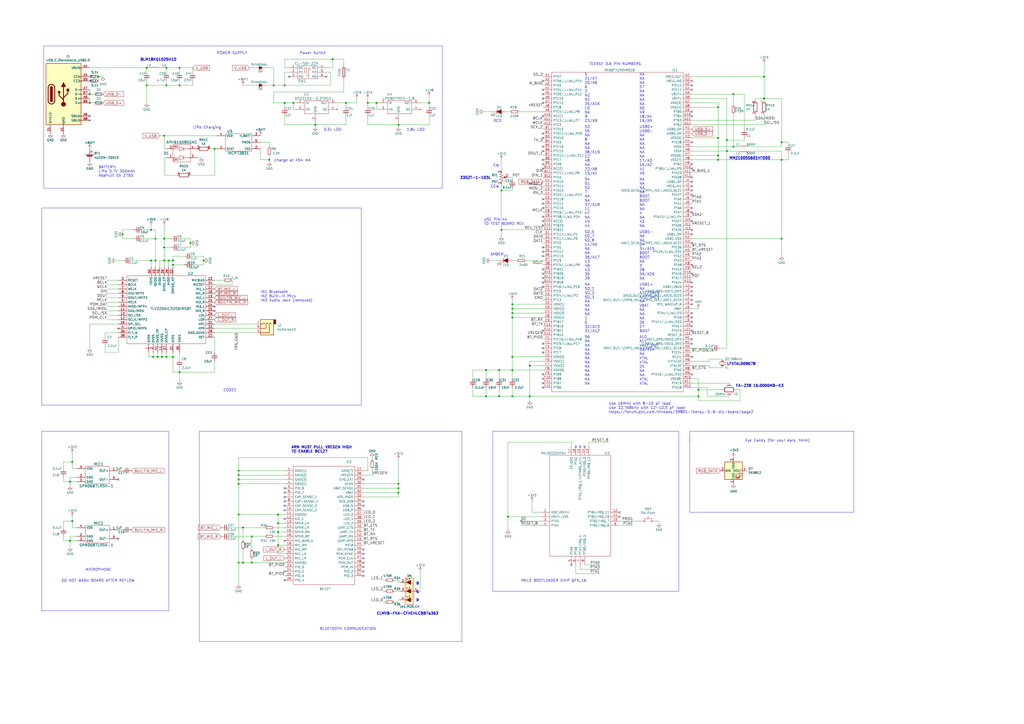
<source format=kicad_sch>
(kicad_sch (version 20200618) (host eeschema "(5.99.0-2290-gd34f8fd4b)")
  (page 1 1)
  (paper "A2")
  (title_block (title "Tympan Rev D 3") (date "4/4/2018") (rev "D") (company "www.tympan.org"))
  (junction (at 40.64 279.4))
  (junction (at 40.64 313.69))
  (junction (at 41.91 267.97))
  (junction (at 41.91 302.26))
  (junction (at 52.07 54.61))
  (junction (at 52.07 59.69))
  (junction (at 57.15 44.45))
  (junction (at 71.12 135.89))
  (junction (at 85.09 39.37))
  (junction (at 85.09 49.53))
  (junction (at 87.63 133.35))
  (junction (at 87.63 151.13))
  (junction (at 88.9 207.01))
  (junction (at 90.17 138.43))
  (junction (at 90.17 151.13))
  (junction (at 91.44 207.01))
  (junction (at 93.98 207.01))
  (junction (at 95.25 78.74))
  (junction (at 95.25 138.43))
  (junction (at 95.25 143.51))
  (junction (at 95.25 151.13))
  (junction (at 96.52 39.37))
  (junction (at 96.52 49.53))
  (junction (at 96.52 207.01))
  (junction (at 97.79 151.13))
  (junction (at 100.33 151.13))
  (junction (at 100.33 153.67))
  (junction (at 100.33 207.01))
  (junction (at 104.14 39.37))
  (junction (at 104.14 49.53))
  (junction (at 104.14 215.9))
  (junction (at 110.49 140.97))
  (junction (at 118.11 151.13))
  (junction (at 124.46 86.36))
  (junction (at 138.43 273.05))
  (junction (at 138.43 275.59))
  (junction (at 138.43 278.13))
  (junction (at 138.43 280.67))
  (junction (at 138.43 298.45))
  (junction (at 138.43 326.39))
  (junction (at 140.97 306.07))
  (junction (at 140.97 326.39))
  (junction (at 146.05 311.15))
  (junction (at 146.05 326.39))
  (junction (at 156.21 92.71))
  (junction (at 158.75 49.53))
  (junction (at 161.29 298.45))
  (junction (at 161.29 303.53))
  (junction (at 161.29 308.61))
  (junction (at 161.29 316.23))
  (junction (at 165.1 49.53))
  (junction (at 165.1 59.69))
  (junction (at 170.18 59.69))
  (junction (at 182.88 72.39))
  (junction (at 193.04 34.29))
  (junction (at 200.66 59.69))
  (junction (at 213.36 59.69))
  (junction (at 218.44 59.69))
  (junction (at 231.14 72.39))
  (junction (at 231.14 280.67))
  (junction (at 231.14 283.21))
  (junction (at 231.14 285.75))
  (junction (at 248.92 59.69))
  (junction (at 281.94 214.63))
  (junction (at 281.94 229.87))
  (junction (at 289.56 214.63))
  (junction (at 289.56 229.87))
  (junction (at 290.83 110.49))
  (junction (at 290.83 133.35))
  (junction (at 294.64 299.72))
  (junction (at 297.18 176.53))
  (junction (at 297.18 179.07))
  (junction (at 297.18 181.61))
  (junction (at 297.18 184.15))
  (junction (at 297.18 207.01))
  (junction (at 297.18 214.63))
  (junction (at 297.18 229.87))
  (junction (at 307.34 212.09))
  (junction (at 307.34 229.87))
  (junction (at 405.13 226.06))
  (junction (at 405.13 229.87))
  (junction (at 416.56 62.23))
  (junction (at 416.56 80.01))
  (junction (at 416.56 90.17))
  (junction (at 416.56 92.71))
  (junction (at 421.64 81.28))
  (junction (at 421.64 87.63))
  (junction (at 425.45 54.61))
  (junction (at 425.45 85.09))
  (junction (at 443.23 44.45))
  (junction (at 443.23 57.15))
  (junction (at 453.39 82.55))
  (junction (at 453.39 92.71))
  (junction (at 453.39 138.43))
  (no_connect (at 124.46 177.8))
  (no_connect (at 314.96 130.81))
  (no_connect (at 314.96 57.15))
  (no_connect (at 314.96 77.47))
  (no_connect (at 314.96 161.29))
  (no_connect (at 165.1 283.21))
  (no_connect (at 314.96 92.71))
  (no_connect (at 401.32 196.85))
  (no_connect (at 314.96 87.63))
  (no_connect (at 331.47 327.66))
  (no_connect (at 401.32 110.49))
  (no_connect (at 314.96 201.93))
  (no_connect (at 314.96 52.07))
  (no_connect (at 401.32 135.89))
  (no_connect (at 210.82 293.37))
  (no_connect (at 314.96 59.69))
  (no_connect (at 401.32 113.03))
  (no_connect (at 210.82 321.31))
  (no_connect (at 314.96 85.09))
  (no_connect (at 401.32 95.25))
  (no_connect (at 52.07 69.85))
  (no_connect (at 314.96 204.47))
  (no_connect (at 401.32 133.35))
  (no_connect (at 314.96 156.21))
  (no_connect (at 339.09 259.08))
  (no_connect (at 401.32 173.99))
  (no_connect (at 165.1 331.47))
  (no_connect (at 401.32 102.87))
  (no_connect (at 165.1 285.75))
  (no_connect (at 401.32 199.39))
  (no_connect (at 314.96 125.73))
  (no_connect (at 314.96 224.79))
  (no_connect (at 401.32 120.65))
  (no_connect (at 401.32 67.31))
  (no_connect (at 68.58 312.42))
  (no_connect (at 401.32 64.77))
  (no_connect (at 189.23 44.45))
  (no_connect (at 401.32 166.37))
  (no_connect (at 210.82 328.93))
  (no_connect (at 314.96 148.59))
  (no_connect (at 314.96 54.61))
  (no_connect (at 314.96 166.37))
  (no_connect (at 210.82 278.13))
  (no_connect (at 314.96 222.25))
  (no_connect (at 401.32 191.77))
  (no_connect (at 314.96 217.17))
  (no_connect (at 68.58 278.13))
  (no_connect (at 401.32 105.41))
  (no_connect (at 401.32 186.69))
  (no_connect (at 401.32 168.91))
  (no_connect (at 314.96 95.25))
  (no_connect (at 401.32 158.75))
  (no_connect (at 401.32 123.19))
  (no_connect (at 401.32 217.17))
  (no_connect (at 165.1 293.37))
  (no_connect (at 314.96 118.11))
  (no_connect (at 210.82 323.85))
  (no_connect (at 401.32 128.27))
  (no_connect (at 334.01 259.08))
  (no_connect (at 314.96 97.79))
  (no_connect (at 314.96 120.65))
  (no_connect (at 401.32 49.53))
  (no_connect (at 401.32 82.55))
  (no_connect (at 401.32 184.15))
  (no_connect (at 52.07 67.31))
  (no_connect (at 401.32 153.67))
  (no_connect (at 302.26 302.26))
  (no_connect (at 165.1 295.91))
  (no_connect (at 314.96 191.77))
  (no_connect (at 167.64 44.45))
  (no_connect (at 401.32 97.79))
  (no_connect (at 165.1 300.99))
  (no_connect (at 124.46 180.34))
  (no_connect (at 314.96 146.05))
  (no_connect (at 314.96 143.51))
  (no_connect (at 210.82 334.01))
  (no_connect (at 210.82 326.39))
  (no_connect (at 314.96 46.99))
  (no_connect (at 401.32 163.83))
  (no_connect (at 210.82 318.77))
  (no_connect (at 401.32 140.97))
  (no_connect (at 210.82 290.83))
  (no_connect (at 314.96 128.27))
  (no_connect (at 401.32 189.23))
  (no_connect (at 165.1 290.83))
  (no_connect (at 314.96 158.75))
  (no_connect (at 165.1 313.69))
  (no_connect (at 401.32 171.45))
  (no_connect (at 401.32 181.61))
  (no_connect (at 401.32 107.95))
  (no_connect (at 165.1 336.55))
  (no_connect (at 314.96 67.31))
  (no_connect (at 314.96 199.39))
  (no_connect (at 401.32 46.99))
  (no_connect (at 314.96 163.83))
  (no_connect (at 401.32 207.01))
  (no_connect (at 314.96 219.71))
  (no_connect (at 336.55 259.08))
  (no_connect (at 165.1 288.29))
  (no_connect (at 401.32 52.07))
  (no_connect (at 314.96 80.01))
  (no_connect (at 359.41 299.72))
  (no_connect (at 314.96 115.57))
  (no_connect (at 359.41 297.18))
  (no_connect (at 210.82 331.47))
  (no_connect (at 401.32 176.53))
  (wire (pts (xy 36.83 267.97) (xy 41.91 267.97)))
  (wire (pts (xy 36.83 271.78) (xy 36.83 267.97)))
  (wire (pts (xy 36.83 276.86) (xy 36.83 279.4)))
  (wire (pts (xy 36.83 279.4) (xy 40.64 279.4)))
  (wire (pts (xy 36.83 302.26) (xy 41.91 302.26)))
  (wire (pts (xy 36.83 306.07) (xy 36.83 302.26)))
  (wire (pts (xy 36.83 311.15) (xy 36.83 313.69)))
  (wire (pts (xy 36.83 313.69) (xy 40.64 313.69)))
  (wire (pts (xy 40.64 276.86) (xy 40.64 279.4)))
  (wire (pts (xy 40.64 276.86) (xy 44.45 276.86)))
  (wire (pts (xy 40.64 279.4) (xy 40.64 281.94)))
  (wire (pts (xy 40.64 279.4) (xy 44.45 279.4)))
  (wire (pts (xy 40.64 311.15) (xy 40.64 313.69)))
  (wire (pts (xy 40.64 313.69) (xy 40.64 317.5)))
  (wire (pts (xy 40.64 313.69) (xy 44.45 313.69)))
  (wire (pts (xy 41.91 262.89) (xy 41.91 267.97)))
  (wire (pts (xy 41.91 267.97) (xy 41.91 271.78)))
  (wire (pts (xy 41.91 271.78) (xy 44.45 271.78)))
  (wire (pts (xy 41.91 299.72) (xy 41.91 302.26)))
  (wire (pts (xy 41.91 302.26) (xy 41.91 306.07)))
  (wire (pts (xy 41.91 306.07) (xy 44.45 306.07)))
  (wire (pts (xy 44.45 311.15) (xy 40.64 311.15)))
  (wire (pts (xy 52.07 39.37) (xy 85.09 39.37)))
  (wire (pts (xy 52.07 52.07) (xy 52.07 54.61)))
  (wire (pts (xy 52.07 54.61) (xy 54.61 54.61)))
  (wire (pts (xy 52.07 57.15) (xy 52.07 59.69)))
  (wire (pts (xy 52.07 59.69) (xy 54.61 59.69)))
  (wire (pts (xy 52.07 187.96) (xy 52.07 201.93)))
  (wire (pts (xy 57.15 44.45) (xy 57.15 46.99)))
  (wire (pts (xy 57.15 44.45) (xy 59.69 44.45)))
  (wire (pts (xy 60.96 193.04) (xy 60.96 195.58)))
  (wire (pts (xy 60.96 204.47) (xy 60.96 200.66)))
  (wire (pts (xy 62.23 162.56) (xy 68.58 162.56)))
  (wire (pts (xy 62.23 165.1) (xy 68.58 165.1)))
  (wire (pts (xy 62.23 167.64) (xy 68.58 167.64)))
  (wire (pts (xy 62.23 170.18) (xy 68.58 170.18)))
  (wire (pts (xy 62.23 172.72) (xy 68.58 172.72)))
  (wire (pts (xy 62.23 175.26) (xy 68.58 175.26)))
  (wire (pts (xy 62.23 177.8) (xy 68.58 177.8)))
  (wire (pts (xy 62.23 180.34) (xy 68.58 180.34)))
  (wire (pts (xy 62.23 182.88) (xy 68.58 182.88)))
  (wire (pts (xy 62.23 185.42) (xy 68.58 185.42)))
  (wire (pts (xy 68.58 187.96) (xy 52.07 187.96)))
  (wire (pts (xy 68.58 193.04) (xy 60.96 193.04)))
  (wire (pts (xy 68.58 195.58) (xy 68.58 204.47)))
  (wire (pts (xy 68.58 204.47) (xy 60.96 204.47)))
  (wire (pts (xy 68.58 273.05) (xy 71.12 273.05)))
  (wire (pts (xy 71.12 133.35) (xy 71.12 135.89)))
  (wire (pts (xy 71.12 135.89) (xy 71.12 138.43)))
  (wire (pts (xy 71.12 138.43) (xy 77.47 138.43)))
  (wire (pts (xy 71.12 151.13) (xy 67.31 151.13)))
  (wire (pts (xy 71.12 307.34) (xy 68.58 307.34)))
  (wire (pts (xy 76.2 151.13) (xy 87.63 151.13)))
  (wire (pts (xy 77.47 133.35) (xy 71.12 133.35)))
  (wire (pts (xy 82.55 133.35) (xy 87.63 133.35)))
  (wire (pts (xy 82.55 138.43) (xy 90.17 138.43)))
  (wire (pts (xy 85.09 39.37) (xy 85.09 41.91)))
  (wire (pts (xy 85.09 39.37) (xy 87.63 39.37)))
  (wire (pts (xy 85.09 46.99) (xy 85.09 49.53)))
  (wire (pts (xy 85.09 49.53) (xy 85.09 59.69)))
  (wire (pts (xy 85.09 49.53) (xy 96.52 49.53)))
  (wire (pts (xy 86.36 204.47) (xy 86.36 207.01)))
  (wire (pts (xy 86.36 207.01) (xy 88.9 207.01)))
  (wire (pts (xy 87.63 133.35) (xy 87.63 130.81)))
  (wire (pts (xy 87.63 133.35) (xy 90.17 133.35)))
  (wire (pts (xy 87.63 151.13) (xy 87.63 154.94)))
  (wire (pts (xy 87.63 151.13) (xy 90.17 151.13)))
  (wire (pts (xy 88.9 204.47) (xy 88.9 207.01)))
  (wire (pts (xy 88.9 207.01) (xy 91.44 207.01)))
  (wire (pts (xy 90.17 133.35) (xy 90.17 138.43)))
  (wire (pts (xy 90.17 138.43) (xy 90.17 151.13)))
  (wire (pts (xy 90.17 151.13) (xy 90.17 154.94)))
  (wire (pts (xy 91.44 204.47) (xy 91.44 207.01)))
  (wire (pts (xy 91.44 207.01) (xy 93.98 207.01)))
  (wire (pts (xy 92.71 39.37) (xy 96.52 39.37)))
  (wire (pts (xy 92.71 78.74) (xy 95.25 78.74)))
  (wire (pts (xy 92.71 151.13) (xy 95.25 151.13)))
  (wire (pts (xy 92.71 154.94) (xy 92.71 151.13)))
  (wire (pts (xy 93.98 204.47) (xy 93.98 207.01)))
  (wire (pts (xy 93.98 207.01) (xy 96.52 207.01)))
  (wire (pts (xy 95.25 78.74) (xy 95.25 86.36)))
  (wire (pts (xy 95.25 78.74) (xy 125.73 78.74)))
  (wire (pts (xy 95.25 91.44) (xy 95.25 101.6)))
  (wire (pts (xy 95.25 91.44) (xy 96.52 91.44)))
  (wire (pts (xy 95.25 130.81) (xy 95.25 138.43)))
  (wire (pts (xy 95.25 138.43) (xy 95.25 143.51)))
  (wire (pts (xy 95.25 143.51) (xy 95.25 151.13)))
  (wire (pts (xy 95.25 151.13) (xy 95.25 154.94)))
  (wire (pts (xy 95.25 151.13) (xy 97.79 151.13)))
  (wire (pts (xy 96.52 39.37) (xy 104.14 39.37)))
  (wire (pts (xy 96.52 41.91) (xy 96.52 39.37)))
  (wire (pts (xy 96.52 46.99) (xy 96.52 49.53)))
  (wire (pts (xy 96.52 49.53) (xy 104.14 49.53)))
  (wire (pts (xy 96.52 86.36) (xy 95.25 86.36)))
  (wire (pts (xy 96.52 204.47) (xy 96.52 207.01)))
  (wire (pts (xy 96.52 207.01) (xy 100.33 207.01)))
  (wire (pts (xy 97.79 151.13) (xy 100.33 151.13)))
  (wire (pts (xy 97.79 154.94) (xy 97.79 151.13)))
  (wire (pts (xy 99.06 138.43) (xy 95.25 138.43)))
  (wire (pts (xy 99.06 143.51) (xy 95.25 143.51)))
  (wire (pts (xy 100.33 148.59) (xy 100.33 151.13)))
  (wire (pts (xy 100.33 151.13) (xy 100.33 153.67)))
  (wire (pts (xy 100.33 153.67) (xy 100.33 154.94)))
  (wire (pts (xy 100.33 204.47) (xy 100.33 207.01)))
  (wire (pts (xy 100.33 207.01) (xy 100.33 215.9)))
  (wire (pts (xy 100.33 215.9) (xy 104.14 215.9)))
  (wire (pts (xy 102.87 101.6) (xy 95.25 101.6)))
  (wire (pts (xy 104.14 39.37) (xy 111.76 39.37)))
  (wire (pts (xy 104.14 41.91) (xy 104.14 39.37)))
  (wire (pts (xy 104.14 46.99) (xy 104.14 49.53)))
  (wire (pts (xy 104.14 49.53) (xy 111.76 49.53)))
  (wire (pts (xy 104.14 138.43) (xy 110.49 138.43)))
  (wire (pts (xy 104.14 208.28) (xy 104.14 204.47)))
  (wire (pts (xy 104.14 213.36) (xy 104.14 215.9)))
  (wire (pts (xy 104.14 215.9) (xy 104.14 220.98)))
  (wire (pts (xy 104.14 215.9) (xy 124.46 215.9)))
  (wire (pts (xy 106.68 148.59) (xy 100.33 148.59)))
  (wire (pts (xy 106.68 153.67) (xy 100.33 153.67)))
  (wire (pts (xy 110.49 138.43) (xy 110.49 140.97)))
  (wire (pts (xy 110.49 140.97) (xy 110.49 143.51)))
  (wire (pts (xy 110.49 143.51) (xy 104.14 143.51)))
  (wire (pts (xy 111.76 41.91) (xy 111.76 39.37)))
  (wire (pts (xy 111.76 49.53) (xy 111.76 46.99)))
  (wire (pts (xy 111.76 148.59) (xy 118.11 148.59)))
  (wire (pts (xy 114.3 91.44) (xy 116.84 91.44)))
  (wire (pts (xy 118.11 148.59) (xy 118.11 151.13)))
  (wire (pts (xy 118.11 151.13) (xy 118.11 153.67)))
  (wire (pts (xy 118.11 153.67) (xy 111.76 153.67)))
  (wire (pts (xy 121.92 86.36) (xy 124.46 86.36)))
  (wire (pts (xy 124.46 86.36) (xy 124.46 101.6)))
  (wire (pts (xy 124.46 86.36) (xy 125.73 86.36)))
  (wire (pts (xy 124.46 101.6) (xy 110.49 101.6)))
  (wire (pts (xy 124.46 162.56) (xy 129.54 162.56)))
  (wire (pts (xy 124.46 187.96) (xy 148.59 187.96)))
  (wire (pts (xy 124.46 190.5) (xy 148.59 190.5)))
  (wire (pts (xy 124.46 193.04) (xy 148.59 193.04)))
  (wire (pts (xy 124.46 195.58) (xy 124.46 204.47)))
  (wire (pts (xy 124.46 215.9) (xy 124.46 209.55)))
  (wire (pts (xy 133.35 306.07) (xy 140.97 306.07)))
  (wire (pts (xy 133.35 311.15) (xy 146.05 311.15)))
  (wire (pts (xy 134.62 162.56) (xy 134.62 165.1)))
  (wire (pts (xy 134.62 165.1) (xy 124.46 165.1)))
  (wire (pts (xy 138.43 265.43) (xy 138.43 273.05)))
  (wire (pts (xy 138.43 273.05) (xy 138.43 275.59)))
  (wire (pts (xy 138.43 275.59) (xy 138.43 278.13)))
  (wire (pts (xy 138.43 278.13) (xy 138.43 280.67)))
  (wire (pts (xy 138.43 280.67) (xy 138.43 298.45)))
  (wire (pts (xy 138.43 298.45) (xy 138.43 326.39)))
  (wire (pts (xy 138.43 298.45) (xy 161.29 298.45)))
  (wire (pts (xy 138.43 326.39) (xy 138.43 339.09)))
  (wire (pts (xy 138.43 326.39) (xy 140.97 326.39)))
  (wire (pts (xy 140.97 49.53) (xy 148.59 49.53)))
  (wire (pts (xy 140.97 306.07) (xy 140.97 313.69)))
  (wire (pts (xy 140.97 306.07) (xy 153.67 306.07)))
  (wire (pts (xy 140.97 318.77) (xy 140.97 326.39)))
  (wire (pts (xy 140.97 326.39) (xy 146.05 326.39)))
  (wire (pts (xy 144.78 39.37) (xy 148.59 39.37)))
  (wire (pts (xy 146.05 311.15) (xy 146.05 318.77)))
  (wire (pts (xy 146.05 311.15) (xy 153.67 311.15)))
  (wire (pts (xy 146.05 323.85) (xy 146.05 326.39)))
  (wire (pts (xy 146.05 326.39) (xy 165.1 326.39)))
  (wire (pts (xy 151.13 86.36) (xy 151.13 92.71)))
  (wire (pts (xy 151.13 92.71) (xy 156.21 92.71)))
  (wire (pts (xy 153.67 39.37) (xy 158.75 39.37)))
  (wire (pts (xy 153.67 49.53) (xy 158.75 49.53)))
  (wire (pts (xy 156.21 82.55) (xy 151.13 82.55)))
  (wire (pts (xy 156.21 85.09) (xy 156.21 82.55)))
  (wire (pts (xy 156.21 90.17) (xy 156.21 92.71)))
  (wire (pts (xy 156.21 92.71) (xy 156.21 93.98)))
  (wire (pts (xy 158.75 39.37) (xy 158.75 49.53)))
  (wire (pts (xy 158.75 49.53) (xy 165.1 49.53)))
  (wire (pts (xy 158.75 53.34) (xy 158.75 59.69)))
  (wire (pts (xy 158.75 53.34) (xy 199.39 53.34)))
  (wire (pts (xy 158.75 59.69) (xy 165.1 59.69)))
  (wire (pts (xy 161.29 298.45) (xy 161.29 303.53)))
  (wire (pts (xy 161.29 298.45) (xy 165.1 298.45)))
  (wire (pts (xy 161.29 303.53) (xy 161.29 308.61)))
  (wire (pts (xy 161.29 303.53) (xy 165.1 303.53)))
  (wire (pts (xy 161.29 308.61) (xy 161.29 316.23)))
  (wire (pts (xy 161.29 308.61) (xy 165.1 308.61)))
  (wire (pts (xy 161.29 316.23) (xy 161.29 321.31)))
  (wire (pts (xy 161.29 316.23) (xy 165.1 316.23)))
  (wire (pts (xy 161.29 321.31) (xy 165.1 321.31)))
  (wire (pts (xy 165.1 34.29) (xy 165.1 39.37)))
  (wire (pts (xy 165.1 34.29) (xy 193.04 34.29)))
  (wire (pts (xy 165.1 39.37) (xy 167.64 39.37)))
  (wire (pts (xy 165.1 41.91) (xy 165.1 49.53)))
  (wire (pts (xy 165.1 49.53) (xy 191.77 49.53)))
  (wire (pts (xy 165.1 59.69) (xy 165.1 62.23)))
  (wire (pts (xy 165.1 59.69) (xy 170.18 59.69)))
  (wire (pts (xy 165.1 67.31) (xy 165.1 72.39)))
  (wire (pts (xy 165.1 72.39) (xy 182.88 72.39)))
  (wire (pts (xy 165.1 273.05) (xy 138.43 273.05)))
  (wire (pts (xy 165.1 275.59) (xy 138.43 275.59)))
  (wire (pts (xy 165.1 278.13) (xy 138.43 278.13)))
  (wire (pts (xy 165.1 280.67) (xy 138.43 280.67)))
  (wire (pts (xy 165.1 306.07) (xy 158.75 306.07)))
  (wire (pts (xy 165.1 311.15) (xy 158.75 311.15)))
  (wire (pts (xy 167.64 41.91) (xy 165.1 41.91)))
  (wire (pts (xy 170.18 59.69) (xy 171.45 59.69)))
  (wire (pts (xy 170.18 63.5) (xy 170.18 59.69)))
  (wire (pts (xy 171.45 63.5) (xy 170.18 63.5)))
  (wire (pts (xy 182.88 71.12) (xy 182.88 72.39)))
  (wire (pts (xy 182.88 72.39) (xy 182.88 73.66)))
  (wire (pts (xy 182.88 72.39) (xy 200.66 72.39)))
  (wire (pts (xy 189.23 41.91) (xy 191.77 41.91)))
  (wire (pts (xy 191.77 41.91) (xy 191.77 49.53)))
  (wire (pts (xy 193.04 34.29) (xy 193.04 39.37)))
  (wire (pts (xy 193.04 34.29) (xy 199.39 34.29)))
  (wire (pts (xy 193.04 39.37) (xy 189.23 39.37)))
  (wire (pts (xy 195.58 59.69) (xy 200.66 59.69)))
  (wire (pts (xy 199.39 34.29) (xy 199.39 38.1)))
  (wire (pts (xy 199.39 45.72) (xy 199.39 53.34)))
  (wire (pts (xy 200.66 59.69) (xy 200.66 62.23)))
  (wire (pts (xy 200.66 59.69) (xy 207.01 59.69)))
  (wire (pts (xy 200.66 72.39) (xy 200.66 67.31)))
  (wire (pts (xy 207.01 57.15) (xy 207.01 59.69)))
  (wire (pts (xy 210.82 273.05) (xy 213.36 273.05)))
  (wire (pts (xy 210.82 275.59) (xy 215.9 275.59)))
  (wire (pts (xy 210.82 280.67) (xy 231.14 280.67)))
  (wire (pts (xy 210.82 283.21) (xy 231.14 283.21)))
  (wire (pts (xy 210.82 285.75) (xy 231.14 285.75)))
  (wire (pts (xy 213.36 57.15) (xy 213.36 59.69)))
  (wire (pts (xy 213.36 59.69) (xy 213.36 62.23)))
  (wire (pts (xy 213.36 59.69) (xy 218.44 59.69)))
  (wire (pts (xy 213.36 67.31) (xy 213.36 72.39)))
  (wire (pts (xy 213.36 72.39) (xy 231.14 72.39)))
  (wire (pts (xy 213.36 265.43) (xy 138.43 265.43)))
  (wire (pts (xy 213.36 273.05) (xy 213.36 265.43)))
  (wire (pts (xy 215.9 266.7) (xy 215.9 265.43)))
  (wire (pts (xy 215.9 275.59) (xy 215.9 271.78)))
  (wire (pts (xy 218.44 59.69) (xy 219.71 59.69)))
  (wire (pts (xy 218.44 63.5) (xy 218.44 59.69)))
  (wire (pts (xy 219.71 63.5) (xy 218.44 63.5)))
  (wire (pts (xy 222.25 342.9) (xy 223.52 342.9)))
  (wire (pts (xy 223.52 336.55) (xy 222.25 336.55)))
  (wire (pts (xy 223.52 349.25) (xy 222.25 349.25)))
  (wire (pts (xy 231.14 71.12) (xy 231.14 72.39)))
  (wire (pts (xy 231.14 72.39) (xy 231.14 73.66)))
  (wire (pts (xy 231.14 72.39) (xy 248.92 72.39)))
  (wire (pts (xy 231.14 266.7) (xy 231.14 280.67)))
  (wire (pts (xy 231.14 280.67) (xy 231.14 283.21)))
  (wire (pts (xy 231.14 283.21) (xy 231.14 285.75)))
  (wire (pts (xy 231.14 285.75) (xy 231.14 288.29)))
  (wire (pts (xy 231.14 288.29) (xy 210.82 288.29)))
  (wire (pts (xy 231.14 336.55) (xy 228.6 336.55)))
  (wire (pts (xy 231.14 337.82) (xy 231.14 336.55)))
  (wire (pts (xy 231.14 347.98) (xy 231.14 349.25)))
  (wire (pts (xy 231.14 349.25) (xy 228.6 349.25)))
  (wire (pts (xy 232.41 337.82) (xy 231.14 337.82)))
  (wire (pts (xy 232.41 342.9) (xy 228.6 342.9)))
  (wire (pts (xy 232.41 347.98) (xy 231.14 347.98)))
  (wire (pts (xy 243.84 59.69) (xy 248.92 59.69)))
  (wire (pts (xy 243.84 331.47) (xy 243.84 342.9)))
  (wire (pts (xy 243.84 342.9) (xy 242.57 342.9)))
  (wire (pts (xy 248.92 55.88) (xy 248.92 59.69)))
  (wire (pts (xy 248.92 59.69) (xy 248.92 62.23)))
  (wire (pts (xy 248.92 72.39) (xy 248.92 67.31)))
  (wire (pts (xy 274.32 214.63) (xy 281.94 214.63)))
  (wire (pts (xy 274.32 219.71) (xy 274.32 214.63)))
  (wire (pts (xy 274.32 229.87) (xy 274.32 224.79)))
  (wire (pts (xy 274.32 229.87) (xy 281.94 229.87)))
  (wire (pts (xy 280.67 64.77) (xy 285.75 64.77)))
  (wire (pts (xy 281.94 214.63) (xy 289.56 214.63)))
  (wire (pts (xy 281.94 219.71) (xy 281.94 214.63)))
  (wire (pts (xy 281.94 224.79) (xy 281.94 229.87)))
  (wire (pts (xy 281.94 229.87) (xy 289.56 229.87)))
  (wire (pts (xy 284.48 151.13) (xy 289.56 151.13)))
  (wire (pts (xy 289.56 214.63) (xy 297.18 214.63)))
  (wire (pts (xy 289.56 219.71) (xy 289.56 214.63)))
  (wire (pts (xy 289.56 224.79) (xy 289.56 229.87)))
  (wire (pts (xy 289.56 229.87) (xy 297.18 229.87)))
  (wire (pts (xy 290.83 92.71) (xy 290.83 99.06)))
  (wire (pts (xy 290.83 106.68) (xy 290.83 110.49)))
  (wire (pts (xy 290.83 110.49) (xy 290.83 133.35)))
  (wire (pts (xy 290.83 133.35) (xy 290.83 137.16)))
  (wire (pts (xy 293.37 64.77) (xy 295.91 64.77)))
  (wire (pts (xy 294.64 102.87) (xy 297.18 102.87)))
  (wire (pts (xy 294.64 256.54) (xy 294.64 299.72)))
  (wire (pts (xy 294.64 299.72) (xy 294.64 307.34)))
  (wire (pts (xy 297.18 104.14) (xy 297.18 102.87)))
  (wire (pts (xy 297.18 109.22) (xy 297.18 110.49)))
  (wire (pts (xy 297.18 110.49) (xy 290.83 110.49)))
  (wire (pts (xy 297.18 151.13) (xy 299.72 151.13)))
  (wire (pts (xy 297.18 173.99) (xy 297.18 176.53)))
  (wire (pts (xy 297.18 176.53) (xy 297.18 179.07)))
  (wire (pts (xy 297.18 179.07) (xy 297.18 181.61)))
  (wire (pts (xy 297.18 181.61) (xy 297.18 184.15)))
  (wire (pts (xy 297.18 184.15) (xy 297.18 207.01)))
  (wire (pts (xy 297.18 207.01) (xy 297.18 214.63)))
  (wire (pts (xy 297.18 207.01) (xy 314.96 207.01)))
  (wire (pts (xy 297.18 214.63) (xy 297.18 219.71)))
  (wire (pts (xy 297.18 214.63) (xy 314.96 214.63)))
  (wire (pts (xy 297.18 224.79) (xy 297.18 229.87)))
  (wire (pts (xy 297.18 229.87) (xy 307.34 229.87)))
  (wire (pts (xy 307.34 209.55) (xy 307.34 212.09)))
  (wire (pts (xy 307.34 212.09) (xy 307.34 229.87)))
  (wire (pts (xy 307.34 229.87) (xy 307.34 232.41)))
  (wire (pts (xy 307.34 229.87) (xy 405.13 229.87)))
  (wire (pts (xy 308.61 290.83) (xy 308.61 297.18)))
  (wire (pts (xy 308.61 297.18) (xy 313.69 297.18)))
  (wire (pts (xy 313.69 299.72) (xy 294.64 299.72)))
  (wire (pts (xy 313.69 302.26) (xy 302.26 302.26)))
  (wire (pts (xy 313.69 304.8) (xy 302.26 304.8)))
  (wire (pts (xy 314.96 64.77) (xy 300.99 64.77)))
  (wire (pts (xy 314.96 133.35) (xy 290.83 133.35)))
  (wire (pts (xy 314.96 151.13) (xy 304.8 151.13)))
  (wire (pts (xy 314.96 176.53) (xy 297.18 176.53)))
  (wire (pts (xy 314.96 179.07) (xy 297.18 179.07)))
  (wire (pts (xy 314.96 181.61) (xy 297.18 181.61)))
  (wire (pts (xy 314.96 184.15) (xy 297.18 184.15)))
  (wire (pts (xy 314.96 209.55) (xy 307.34 209.55)))
  (wire (pts (xy 314.96 212.09) (xy 307.34 212.09)))
  (wire (pts (xy 331.47 256.54) (xy 294.64 256.54)))
  (wire (pts (xy 331.47 259.08) (xy 331.47 256.54)))
  (wire (pts (xy 334.01 327.66) (xy 334.01 332.74)))
  (wire (pts (xy 334.01 332.74) (xy 347.98 332.74)))
  (wire (pts (xy 336.55 327.66) (xy 336.55 330.2)))
  (wire (pts (xy 336.55 330.2) (xy 347.98 330.2)))
  (wire (pts (xy 339.09 327.66) (xy 347.98 327.66)))
  (wire (pts (xy 341.63 256.54) (xy 353.06 256.54)))
  (wire (pts (xy 341.63 259.08) (xy 341.63 256.54)))
  (wire (pts (xy 359.41 302.26) (xy 370.84 302.26)))
  (wire (pts (xy 359.41 304.8) (xy 367.03 304.8)))
  (wire (pts (xy 381 302.26) (xy 382.27 302.26)))
  (wire (pts (xy 382.27 302.26) (xy 382.27 303.53)))
  (wire (pts (xy 401.32 44.45) (xy 443.23 44.45)))
  (wire (pts (xy 401.32 54.61) (xy 425.45 54.61)))
  (wire (pts (xy 401.32 57.15) (xy 421.64 57.15)))
  (wire (pts (xy 401.32 59.69) (xy 416.56 59.69)))
  (wire (pts (xy 401.32 62.23) (xy 416.56 62.23)))
  (wire (pts (xy 401.32 69.85) (xy 438.15 69.85)))
  (wire (pts (xy 401.32 72.39) (xy 443.23 72.39)))
  (wire (pts (xy 401.32 80.01) (xy 416.56 80.01)))
  (wire (pts (xy 401.32 85.09) (xy 425.45 85.09)))
  (wire (pts (xy 401.32 87.63) (xy 421.64 87.63)))
  (wire (pts (xy 401.32 90.17) (xy 416.56 90.17)))
  (wire (pts (xy 401.32 92.71) (xy 416.56 92.71)))
  (wire (pts (xy 401.32 138.43) (xy 453.39 138.43)))
  (wire (pts (xy 401.32 179.07) (xy 405.13 179.07)))
  (wire (pts (xy 401.32 209.55) (xy 411.48 209.55)))
  (wire (pts (xy 401.32 212.09) (xy 411.48 212.09)))
  (wire (pts (xy 401.32 219.71) (xy 405.13 219.71)))
  (wire (pts (xy 401.32 222.25) (xy 422.91 222.25)))
  (wire (pts (xy 401.32 224.79) (xy 410.21 224.79)))
  (wire (pts (xy 405.13 219.71) (xy 405.13 226.06)))
  (wire (pts (xy 405.13 226.06) (xy 405.13 229.87)))
  (wire (pts (xy 405.13 229.87) (xy 405.13 232.41)))
  (wire (pts (xy 410.21 224.79) (xy 410.21 229.87)))
  (wire (pts (xy 410.21 229.87) (xy 422.91 229.87)))
  (wire (pts (xy 411.48 208.28) (xy 419.1 208.28)))
  (wire (pts (xy 411.48 209.55) (xy 411.48 208.28)))
  (wire (pts (xy 411.48 212.09) (xy 411.48 213.36)))
  (wire (pts (xy 411.48 213.36) (xy 419.1 213.36)))
  (wire (pts (xy 412.75 201.93) (xy 401.32 201.93)))
  (wire (pts (xy 416.56 59.69) (xy 416.56 62.23)))
  (wire (pts (xy 416.56 62.23) (xy 416.56 80.01)))
  (wire (pts (xy 416.56 80.01) (xy 416.56 90.17)))
  (wire (pts (xy 416.56 90.17) (xy 416.56 92.71)))
  (wire (pts (xy 416.56 92.71) (xy 453.39 92.71)))
  (wire (pts (xy 417.83 226.06) (xy 405.13 226.06)))
  (wire (pts (xy 421.64 57.15) (xy 421.64 81.28)))
  (wire (pts (xy 421.64 81.28) (xy 421.64 87.63)))
  (wire (pts (xy 421.64 87.63) (xy 421.64 201.93)))
  (wire (pts (xy 421.64 87.63) (xy 429.26 87.63)))
  (wire (pts (xy 421.64 201.93) (xy 417.83 201.93)))
  (wire (pts (xy 425.45 54.61) (xy 425.45 60.96)))
  (wire (pts (xy 425.45 54.61) (xy 431.8 54.61)))
  (wire (pts (xy 425.45 66.04) (xy 425.45 85.09)))
  (wire (pts (xy 425.45 85.09) (xy 429.26 85.09)))
  (wire (pts (xy 427.99 226.06) (xy 429.26 226.06)))
  (wire (pts (xy 429.26 226.06) (xy 429.26 232.41)))
  (wire (pts (xy 429.26 232.41) (xy 405.13 232.41)))
  (wire (pts (xy 431.8 54.61) (xy 431.8 74.93)))
  (wire (pts (xy 431.8 80.01) (xy 431.8 81.28)))
  (wire (pts (xy 431.8 81.28) (xy 421.64 81.28)))
  (wire (pts (xy 434.34 87.63) (xy 453.39 87.63)))
  (wire (pts (xy 438.15 57.15) (xy 438.15 58.42)))
  (wire (pts (xy 438.15 57.15) (xy 443.23 57.15)))
  (wire (pts (xy 438.15 69.85) (xy 438.15 66.04)))
  (wire (pts (xy 443.23 36.83) (xy 443.23 44.45)))
  (wire (pts (xy 443.23 44.45) (xy 443.23 57.15)))
  (wire (pts (xy 443.23 57.15) (xy 443.23 58.42)))
  (wire (pts (xy 443.23 57.15) (xy 453.39 57.15)))
  (wire (pts (xy 443.23 72.39) (xy 443.23 66.04)))
  (wire (pts (xy 453.39 57.15) (xy 453.39 82.55)))
  (wire (pts (xy 453.39 82.55) (xy 453.39 85.09)))
  (wire (pts (xy 453.39 85.09) (xy 434.34 85.09)))
  (wire (pts (xy 453.39 87.63) (xy 453.39 92.71)))
  (wire (pts (xy 453.39 92.71) (xy 453.39 138.43)))
  (wire (pts (xy 453.39 92.71) (xy 457.2 92.71)))
  (wire (pts (xy 453.39 138.43) (xy 453.39 148.59)))
  (wire (pts (xy 457.2 82.55) (xy 453.39 82.55)))
  (wire (pts (xy 457.2 83.82) (xy 457.2 82.55)))
  (wire (pts (xy 457.2 92.71) (xy 457.2 88.9)))
  (polyline (pts (xy 24.13 120.65) (xy 24.13 234.95)) (stroke (width 0) (type solid)))
  (polyline (pts (xy 24.13 234.95) (xy 209.55 234.95)) (stroke (width 0) (type solid)))
  (polyline (pts (xy 24.13 250.19) (xy 24.13 354.33)) (stroke (width 0) (type solid)))
  (polyline (pts (xy 24.13 250.19) (xy 97.79 250.19)) (stroke (width 0) (type solid)))
  (polyline (pts (xy 25.4 109.22) (xy 25.4 26.67)) (stroke (width 0) (type solid)))
  (polyline (pts (xy 25.4 109.22) (xy 256.54 109.22)) (stroke (width 0) (type solid)))
  (polyline (pts (xy 97.79 250.19) (xy 97.79 354.33)) (stroke (width 0) (type solid)))
  (polyline (pts (xy 97.79 354.33) (xy 24.13 354.33)) (stroke (width 0) (type solid)))
  (polyline (pts (xy 115.57 250.19) (xy 267.97 250.19)) (stroke (width 0) (type solid)))
  (polyline (pts (xy 115.57 372.11) (xy 115.57 250.19)) (stroke (width 0) (type solid)))
  (polyline (pts (xy 209.55 120.65) (xy 24.13 120.65)) (stroke (width 0) (type solid)))
  (polyline (pts (xy 209.55 234.95) (xy 209.55 120.65)) (stroke (width 0) (type solid)))
  (polyline (pts (xy 256.54 26.67) (xy 25.4 26.67)) (stroke (width 0) (type solid)))
  (polyline (pts (xy 256.54 109.22) (xy 256.54 26.67)) (stroke (width 0) (type solid)))
  (polyline (pts (xy 267.97 250.19) (xy 267.97 372.11)) (stroke (width 0) (type solid)))
  (polyline (pts (xy 267.97 372.11) (xy 115.57 372.11)) (stroke (width 0) (type solid)))
  (polyline (pts (xy 285.75 250.19) (xy 393.7 250.19)) (stroke (width 0) (type solid)))
  (polyline (pts (xy 285.75 342.9) (xy 285.75 250.19)) (stroke (width 0) (type solid)))
  (polyline (pts (xy 393.7 250.19) (xy 393.7 342.9)) (stroke (width 0) (type solid)))
  (polyline (pts (xy 393.7 342.9) (xy 285.75 342.9)) (stroke (width 0) (type solid)))
  (polyline (pts (xy 400.05 250.19) (xy 495.3 250.19)) (stroke (width 0.152) (type solid)))
  (polyline (pts (xy 400.05 254) (xy 400.05 256.54)) (stroke (width 0.152) (type solid)))
  (polyline (pts (xy 400.05 297.18) (xy 400.05 250.19)) (stroke (width 0.152) (type solid)))
  (polyline (pts (xy 495.3 250.19) (xy 495.3 297.18)) (stroke (width 0.152) (type solid)))
  (polyline (pts (xy 495.3 297.18) (xy 400.05 297.18)) (stroke (width 0.152) (type solid)))
  (text "DO NOT WASH BOARD AFTER REFLOW" (at 35.56 337.82 0) (effects (font (size 1.524 1.524)) (justify left bottom)))
  (text "MICROPHONE" (at 49.53 331.47 0) (effects (font (size 1.524 1.524)) (justify left bottom)))
  (text "BATTERY:\nLiPo 3.7V 350mAh\nAdafruit ID: 2750" (at 57.15 102.87 0) (effects (font (size 1.524 1.524)) (justify left bottom)))
  (text "BLM18KG102SH1D\n" (at 81.28 35.56 0) (effects (font (size 1.524 1.524) (thickness 0.3048) bold) (justify left bottom)))
  (text "POWER SUPPLY" (at 125.73 31.75 0) (effects (font (size 1.524 1.524)) (justify left bottom)))
  (text "LiPo Charging" (at 128.27 74.93 180) (effects (font (size 1.524 1.524)) (justify right bottom)))
  (text "CODEC" (at 129.54 227.33 0) (effects (font (size 1.524 1.524)) (justify left bottom)))
  (text "IN1 Bluetooth\nIN2 Built-in Mics\nIN3 Audio Jack (removed)" (at 151.13 175.26 0) (effects (font (size 1.524 1.524)) (justify left bottom)))
  (text "ARM MUST PULL VREGEN HIGH\nTO ENABLE BC127" (at 168.91 262.89 0) (effects (font (size 1.524 1.524) (thickness 0.3048) bold) (justify left bottom)))
  (text "charge at 454 mA\n" (at 180.34 93.98 180) (effects (font (size 1.524 1.524)) (justify right bottom)))
  (text "BLUETOOTH COMMUNICATION" (at 185.42 365.76 0) (effects (font (size 1.524 1.524)) (justify left bottom)))
  (text "Power Switch\n" (at 189.23 31.75 180) (effects (font (size 1.524 1.524)) (justify right bottom)))
  (text "3.3v LDO\n" (at 198.12 76.2 180) (effects (font (size 1.524 1.524)) (justify right bottom)))
  (text "CLMVB-FKA-CFHEHLCBB7a363" (at 218.44 356.87 0) (effects (font (size 1.524 1.524) (thickness 0.3048) bold) (justify left bottom)))
  (text "B\n\nG\n\nR" (at 241.3 349.25 0) (effects (font (size 1.524 1.524) (thickness 0.3048) bold) (justify left bottom)))
  (text "1.8v LDO\n" (at 246.38 76.2 180) (effects (font (size 1.524 1.524)) (justify right bottom)))
  (text "3352T-1-103L" (at 266.7 104.14 0) (effects (font (size 1.524 1.524) (thickness 0.3048) bold) (justify left bottom)))
  (text "USE PIN 44\nTO TEST BOARD REV" (at 280.67 130.81 0) (effects (font (size 1.524 1.524)) (justify left bottom)))
  (text "CW\n\n\n\n\nCCW" (at 289.56 109.22 180) (effects (font (size 1.524 1.524)) (justify right bottom)))
  (text "RED" (at 290.83 71.12 180) (effects (font (size 1.524 1.524)) (justify right bottom)))
  (text "AMBER" (at 292.1 148.59 180) (effects (font (size 1.524 1.524)) (justify right bottom)))
  (text "MKL0 BOOTLOADER CHIP QFN_16" (at 302.26 337.82 0) (effects (font (size 1.524 1.524)) (justify left bottom)))
  (text "5\n21/A7\n20/A6\n6\n2\nNC\nNC\n35/A16\n10\nNA\n9\n23/A9" (at 339.09 71.12 0) (effects (font (size 1.524 1.524)) (justify left bottom)))
  (text "53\n55\nNA\n8\nNA\nNA\n38/A19\n12\n48\nNA\n22/A8\n15/A1" (at 339.09 101.6 0) (effects (font (size 1.524 1.524)) (justify left bottom)))
  (text "54\n51\n52\n7\nNA\nNA\n37/A18\n11\n47\nNA\n45\n44" (at 339.09 132.08 0) (effects (font (size 1.524 1.524)) (justify left bottom)))
  (text "SD_5\nSD_7\nSD_8\n14/A0\nNA\nNA\n36/A17\n13\n46\n43\n30\n29" (at 339.09 162.56 0) (effects (font (size 1.524 1.524)) (justify left bottom)))
  (text "NA\nSD_1\nSD_2\nSD_3\nNA\nNA\nNA\nNA\n1\n0\n32/A13\n31/A12\n" (at 339.09 193.04 0) (effects (font (size 1.524 1.524)) (justify left bottom)))
  (text "56\nNA\nNA\nNA\nNA\nNA\nNA\nNA\nNA\nNA\nNA\nNA" (at 339.09 223.52 0) (effects (font (size 1.524 1.524)) (justify left bottom)))
  (text "TEENSY 3.6 PIN NUMBERS" (at 341.63 38.1 0) (effects (font (size 1.524 1.524)) (justify left bottom)))
  (text "Use 16MHz with 8-10 pF load\nUse 32.768kHz with 12-12.5 pF load\nhttps://forum.pjrc.com/threads/39801-Teensy-3-6-diy-board/page2" (at 353.06 240.03 0) (effects (font (size 1.524 1.524)) (justify left bottom)))
  (text "NA\nNA\nNA\n57\nNA\nNA\nNA\nNA\n50\n49\n18/A4\n19/A5" (at 370.84 71.12 0) (effects (font (size 1.524 1.524)) (justify left bottom)))
  (text "USB0+\nUSB0-\nNA\nNA\nNA\nNA\nNA\nNA\n17/A3\n16/A2\n41\n40" (at 370.84 101.6 0) (effects (font (size 1.524 1.524)) (justify left bottom)))
  (text "NA\nNA\nNA\nNA\nBOOT\nBOOT\nNA\nNA\n4\nNA\n42\nNA" (at 370.84 132.08 0) (effects (font (size 1.524 1.524)) (justify left bottom)))
  (text "USB1-\nNA\nNA\n24\n34/A15\nBOOT\nBOOT\nNA\n3\n28\n39/A20\nNA" (at 370.84 162.56 0) (effects (font (size 1.524 1.524)) (justify left bottom)))
  (text "USB1+\nNA\nA21/DAC0\nA22/DAC1\nNA\nVBAT\nNA\nNA\nNA\n26\n27\nBOOT" (at 370.84 193.04 0) (effects (font (size 1.524 1.524)) (justify left bottom)))
  (text "A10\nA11\nVREF_OUT\n33/A14\nNA\nXTAL\nXTAL\n25\nNA\nNA\nXTAL\nXTAL\n" (at 370.84 223.52 0) (effects (font (size 1.524 1.524)) (justify left bottom)))
  (text "LFXTAL009678" (at 421.64 212.09 0) (effects (font (size 1.524 1.524) (thickness 0.3048) bold) (justify left bottom)))
  (text "MMZ1005S601HT000" (at 422.91 92.71 0) (effects (font (size 1.524 1.524) (thickness 0.3048) bold) (justify left bottom)))
  (text "FA-238 16.0000MB-K3" (at 426.72 224.79 0) (effects (font (size 1.524 1.524) (thickness 0.3048) bold) (justify left bottom)))
  (text "Eye Candy (for your ears, hmm)\n" (at 469.9 256.54 180) (effects (font (size 1.524 1.524)) (justify right bottom)))
  (label "nRESET" (at 62.23 162.56 180) (effects (font (size 1.524 1.524))))
  (label "BCLK" (at 62.23 165.1 180) (effects (font (size 1.524 1.524))))
  (label "WCLK" (at 62.23 167.64 180) (effects (font (size 1.524 1.524))))
  (label "DIN" (at 62.23 170.18 180) (effects (font (size 1.524 1.524))))
  (label "DOUT" (at 62.23 172.72 180) (effects (font (size 1.524 1.524))))
  (label "MCLK" (at 62.23 175.26 180) (effects (font (size 1.524 1.524))))
  (label "PDM_DAT" (at 62.23 177.8 180) (effects (font (size 1.524 1.524))))
  (label "SDA/MOSI" (at 62.23 180.34 180) (effects (font (size 1.524 1.524))))
  (label "SCL/SS" (at 62.23 182.88 180) (effects (font (size 1.524 1.524))))
  (label "PDM_CLK" (at 62.23 185.42 180) (effects (font (size 1.524 1.524))))
  (label "TRS_GND" (at 138.43 193.04 270) (effects (font (size 1.524 1.524))))
  (label "BT_PIO0" (at 165.1 328.93 180) (effects (font (size 1.524 1.524))))
  (label "BT_PIO5" (at 165.1 334.01 180) (effects (font (size 1.524 1.524))))
  (label "LED_0" (at 210.82 298.45 0) (effects (font (size 1.524 1.524))))
  (label "LED_1" (at 210.82 300.99 0) (effects (font (size 1.524 1.524))))
  (label "LED_2" (at 210.82 303.53 0) (effects (font (size 1.524 1.524))))
  (label "BT_CTS" (at 210.82 306.07 0) (effects (font (size 1.524 1.524))))
  (label "BT_TX" (at 210.82 308.61 0) (effects (font (size 1.524 1.524))))
  (label "BT_RX" (at 210.82 311.15 0) (effects (font (size 1.524 1.524))))
  (label "BT_RTS" (at 210.82 313.69 0) (effects (font (size 1.524 1.524))))
  (label "BT_nRESET" (at 210.82 316.23 0) (effects (font (size 1.524 1.524))))
  (label "VREGEN" (at 215.9 275.59 0) (effects (font (size 1.524 1.524))))
  (label "LED_1" (at 222.25 336.55 180) (effects (font (size 1.524 1.524))))
  (label "LED_2" (at 222.25 342.9 180) (effects (font (size 1.524 1.524))))
  (label "LED_0" (at 222.25 349.25 180) (effects (font (size 1.524 1.524))))
  (label "POT" (at 297.18 102.87 0) (effects (font (size 1.524 1.524))))
  (label "DE" (at 302.26 302.26 0) (effects (font (size 1.524 1.524))))
  (label "RESET_B" (at 302.26 304.8 0) (effects (font (size 1.524 1.524))))
  (label "SS_2" (at 314.96 44.45 180) (effects (font (size 1.524 1.524))))
  (label "M_BIAS" (at 314.96 49.53 180) (effects (font (size 1.524 1.524))))
  (label "nRESET" (at 314.96 62.23 180) (effects (font (size 1.524 1.524))))
  (label "BCLK" (at 314.96 69.85 180) (effects (font (size 1.524 1.524))))
  (label "WCLK" (at 314.96 72.39 180) (effects (font (size 1.524 1.524))))
  (label "SCK_2" (at 314.96 74.93 180) (effects (font (size 1.524 1.524))))
  (label "TX_3" (at 314.96 82.55 180) (effects (font (size 1.524 1.524))))
  (label "DOUT_1" (at 314.96 90.17 180) (effects (font (size 1.524 1.524))))
  (label "DIN" (at 314.96 100.33 180) (effects (font (size 1.524 1.524))))
  (label "DIN_1" (at 314.96 102.87 180) (effects (font (size 1.524 1.524))))
  (label "MISO_2" (at 314.96 107.95 180) (effects (font (size 1.524 1.524))))
  (label "MOSI_2" (at 314.96 110.49 180) (effects (font (size 1.524 1.524))))
  (label "RX_3" (at 314.96 113.03 180) (effects (font (size 1.524 1.524))))
  (label "MCLK" (at 314.96 123.19 180) (effects (font (size 1.524 1.524))))
  (label "REV_TEST" (at 314.96 133.35 180) (effects (font (size 1.524 1.524))))
  (label "CLK" (at 314.96 135.89 180) (effects (font (size 1.524 1.524))))
  (label "DAT0" (at 314.96 138.43 180) (effects (font (size 1.524 1.524))))
  (label "DAT1" (at 314.96 140.97 180) (effects (font (size 1.524 1.524))))
  (label "DOUT" (at 314.96 153.67 180) (effects (font (size 1.524 1.524))))
  (label "DAT2" (at 314.96 168.91 180) (effects (font (size 1.524 1.524))))
  (label "DAT3" (at 314.96 171.45 180) (effects (font (size 1.524 1.524))))
  (label "CMD" (at 314.96 173.99 180) (effects (font (size 1.524 1.524))))
  (label "BT_RX" (at 314.96 186.69 180) (effects (font (size 1.524 1.524))))
  (label "BT_TX" (at 314.96 189.23 180) (effects (font (size 1.524 1.524))))
  (label "VREGEN" (at 314.96 194.31 180) (effects (font (size 1.524 1.524))))
  (label "BT_PIO0" (at 314.96 196.85 180) (effects (font (size 1.524 1.524))))
  (label "PTA0" (at 347.98 327.66 180) (effects (font (size 1.524 1.524))))
  (label "PTA3" (at 347.98 330.2 180) (effects (font (size 1.524 1.524))))
  (label "PTA1" (at 347.98 332.74 180) (effects (font (size 1.524 1.524))))
  (label "RESET_B" (at 353.06 256.54 180) (effects (font (size 1.524 1.524))))
  (label "PROG" (at 367.03 302.26 180) (effects (font (size 1.524 1.524))))
  (label "PTA2" (at 367.03 304.8 180) (effects (font (size 1.524 1.524))))
  (label "M_BIAS_1" (at 401.32 100.33 0) (effects (font (size 1.524 1.524))))
  (label "PTA0" (at 401.32 115.57 0) (effects (font (size 1.524 1.524))))
  (label "PTA1" (at 401.32 118.11 0) (effects (font (size 1.524 1.524))))
  (label "SDA2" (at 401.32 125.73 0) (effects (font (size 1.524 1.524))))
  (label "nRESET_1" (at 401.32 130.81 0) (effects (font (size 1.524 1.524))))
  (label "BT_RTS" (at 401.32 143.51 0) (effects (font (size 1.524 1.524))))
  (label "BT_nRESET" (at 401.32 146.05 0) (effects (font (size 1.524 1.524))))
  (label "PTA2" (at 401.32 148.59 0) (effects (font (size 1.524 1.524))))
  (label "PTA3" (at 401.32 151.13 0) (effects (font (size 1.524 1.524))))
  (label "SCL2" (at 401.32 156.21 0) (effects (font (size 1.524 1.524))))
  (label "POT" (at 401.32 161.29 0) (effects (font (size 1.524 1.524))))
  (label "RESET_B" (at 401.32 194.31 0) (effects (font (size 1.524 1.524))))
  (label "BT_PIO5" (at 401.32 204.47 0) (effects (font (size 1.524 1.524))))
  (label "BT_CTS" (at 401.32 214.63 0) (effects (font (size 1.524 1.524))))
  (label "SDA/MOSI" (at 438.15 69.85 0) (effects (font (size 1.524 1.524))))
  (label "SCL/SS" (at 443.23 72.39 0) (effects (font (size 1.524 1.524))))
  (global_label "USB_D-" (shape input) (at 59.69 54.61 0) (effects (font (size 1.524 1.524))))
  (global_label "USB_D+" (shape input) (at 59.69 59.69 0) (effects (font (size 1.524 1.524))))
  (global_label "BUILTIN_MIC_L" (shape input) (at 76.2 273.05 0) (effects (font (size 1.524 1.524))))
  (global_label "BUILTIN_MIC_R" (shape input) (at 76.2 307.34 0) (effects (font (size 1.524 1.524))))
  (global_label "V_USB" (shape input) (at 92.71 78.74 180) (effects (font (size 1.524 1.524))))
  (global_label "V_USB" (shape input) (at 111.76 39.37 0) (effects (font (size 1.524 1.524))))
  (global_label "BT_MIC_L" (shape input) (at 124.46 167.64 0) (effects (font (size 1.524 1.524))))
  (global_label "BT_MIC_R" (shape input) (at 124.46 170.18 0) (effects (font (size 1.524 1.524))))
  (global_label "BUILTIN_MIC_L" (shape input) (at 124.46 172.72 0) (effects (font (size 1.524 1.524))))
  (global_label "BUILTIN_MIC_R" (shape input) (at 124.46 175.26 0) (effects (font (size 1.524 1.524))))
  (global_label "L_OUT_L" (shape input) (at 124.46 182.88 0) (effects (font (size 1.524 1.524))))
  (global_label "L_OUT_R" (shape input) (at 124.46 185.42 0) (effects (font (size 1.524 1.524))))
  (global_label "BT_MIC_L" (shape input) (at 128.27 306.07 180) (effects (font (size 1.524 1.524))))
  (global_label "BT_MIC_R" (shape input) (at 128.27 311.15 180) (effects (font (size 1.524 1.524))))
  (global_label "V_USB" (shape input) (at 144.78 39.37 180) (effects (font (size 1.524 1.524))))
  (global_label "L_OUT_R" (shape input) (at 165.1 318.77 180) (effects (font (size 1.524 1.524))))
  (global_label "L_OUT_L" (shape input) (at 165.1 323.85 180) (effects (font (size 1.524 1.524))))
  (global_label "RGB_DATA" (shape input) (at 314.96 105.41 180) (effects (font (size 1.524 1.524))))
  (global_label "USB_D+" (shape input) (at 401.32 74.93 0) (effects (font (size 1.524 1.524))))
  (global_label "USB_D-" (shape input) (at 401.32 77.47 0) (effects (font (size 1.524 1.524))))
  (global_label "RGB_DATA" (shape input) (at 417.83 273.05 180) (effects (font (size 1.524 1.524))))
  (symbol (lib_id "Device:L_Small") (at 90.17 39.37 90) (unit 1)
    (property "Reference" "L3" (at 87.63 38.1 90) (effects (justify left)))
    (property "Value" "1K" (at 96.52 38.1 90) (effects (justify left)))
    (property "Footprint" "Inductor_SMD:L_0603_1608Metric" (effects hide))
  )
  (symbol (lib_id "Device:L_Small") (at 431.8 85.09 90) (unit 1)
    (property "Reference" "L1" (at 429.26 83.82 90) (effects (justify left)))
    (property "Value" "600R" (at 438.15 83.82 90) (effects (justify left)))
    (property "Footprint" "Inductor_SMD:L_0402_1005Metric" (effects hide))
  )
  (symbol (lib_id "Device:L_Small") (at 431.8 87.63 90) (mirror x) (unit 1)
    (property "Reference" "L2" (at 429.26 88.9 90) (effects (justify left)))
    (property "Value" "600R" (at 438.15 88.9 90) (effects (justify left)))
    (property "Footprint" "Inductor_SMD:L_0402_1005Metric" (effects hide))
  )
  (symbol (lib_id "power:+3.3V") (at 41.91 262.89 0) (unit 1)
    (property "Reference" "#PWR062" (effects hide))
    (property "Value" "+3.3V" (at 41.91 259.334 0))
  )
  (symbol (lib_id "power:+3.3V") (at 41.91 299.72 0) (unit 1)
    (property "Reference" "#PWR063" (effects hide))
    (property "Value" "+3.3V" (at 41.91 296.164 0))
  )
  (symbol (lib_id "power:+BATT") (at 52.07 86.36 0) (unit 1)
    (property "Reference" "#PWR018" (effects hide))
    (property "Value" "+BATT" (at 52.07 82.804 0))
  )
  (symbol (lib_id "power:+3.3V") (at 87.63 130.81 0) (unit 1)
    (property "Reference" "#PWR017" (effects hide))
    (property "Value" "+3.3V" (at 87.63 127.254 0))
  )
  (symbol (lib_id "power:+1V8") (at 95.25 130.81 0) (unit 1)
    (property "Reference" "#PWR016" (effects hide))
    (property "Value" "+1V8" (at 95.25 127.254 0))
  )
  (symbol (lib_id "power:+BATT") (at 140.97 49.53 0) (unit 1)
    (property "Reference" "#PWR0105" (effects hide))
    (property "Value" "+BATT" (at 140.97 45.974 0))
  )
  (symbol (lib_id "power:+BATT") (at 151.13 78.74 0) (unit 1)
    (property "Reference" "#PWR0106" (effects hide))
    (property "Value" "+BATT" (at 151.13 75.184 0))
  )
  (symbol (lib_id "power:+3.3V") (at 207.01 57.15 0) (unit 1)
    (property "Reference" "#PWR0104" (effects hide))
    (property "Value" "+3.3V" (at 207.01 53.594 0))
  )
  (symbol (lib_id "power:+3.3V") (at 213.36 57.15 0) (unit 1)
    (property "Reference" "#PWR037" (effects hide))
    (property "Value" "+3.3V" (at 213.36 53.594 0))
  )
  (symbol (lib_id "power:+3.3V") (at 231.14 266.7 0) (unit 1)
    (property "Reference" "#PWR059" (effects hide))
    (property "Value" "+3.3V" (at 231.14 263.144 0))
  )
  (symbol (lib_id "power:+3.3V") (at 243.84 331.47 0) (unit 1)
    (property "Reference" "#PWR039" (effects hide))
    (property "Value" "+3.3V" (at 243.84 327.914 0))
  )
  (symbol (lib_id "power:+1V8") (at 248.92 55.88 0) (unit 1)
    (property "Reference" "#PWR036" (effects hide))
    (property "Value" "+1V8" (at 248.92 52.324 0))
  )
  (symbol (lib_id "power:+3.3V") (at 290.83 92.71 0) (unit 1)
    (property "Reference" "#PWR024" (effects hide))
    (property "Value" "+3.3V" (at 290.83 89.154 0))
  )
  (symbol (lib_id "power:+3.3V") (at 297.18 173.99 0) (unit 1)
    (property "Reference" "#PWR033" (effects hide))
    (property "Value" "+3.3V" (at 297.18 170.434 0))
  )
  (symbol (lib_id "power:+3.3V") (at 308.61 290.83 0) (unit 1)
    (property "Reference" "#PWR023" (effects hide))
    (property "Value" "+3.3V" (at 308.61 287.274 0))
  )
  (symbol (lib_id "power:VPP") (at 405.13 179.07 0) (unit 1)
    (property "Reference" "#PWR044" (effects hide))
    (property "Value" "VPP" (at 405.13 175.26 0))
  )
  (symbol (lib_id "power:+3V3") (at 425.45 265.43 0) (unit 1)
    (property "Reference" "#PWR0111" (effects hide))
    (property "Value" "+3V3" (at 425.8183 261.1056 0))
  )
  (symbol (lib_id "power:+3.3V") (at 443.23 36.83 0) (unit 1)
    (property "Reference" "#PWR015" (effects hide))
    (property "Value" "+3.3V" (at 443.23 33.274 0))
  )
  (symbol (lib_id "power:GND") (at 29.21 77.47 0) (unit 1)
    (property "Reference" "#PWR0101" (effects hide))
    (property "Value" "GND" (at 29.21 81.28 0))
  )
  (symbol (lib_id "power:GND") (at 36.83 77.47 0) (unit 1)
    (property "Reference" "#PWR0102" (effects hide))
    (property "Value" "GND" (at 36.83 81.28 0))
  )
  (symbol (lib_id "power:GND") (at 40.64 281.94 0) (unit 1)
    (property "Reference" "#PWR04" (effects hide))
    (property "Value" "GND" (at 40.64 285.75 0))
  )
  (symbol (lib_id "power:GND") (at 40.64 317.5 0) (unit 1)
    (property "Reference" "#PWR05" (effects hide))
    (property "Value" "GND" (at 40.64 321.31 0))
  )
  (symbol (lib_id "power:GND") (at 52.07 93.98 0) (unit 1)
    (property "Reference" "#PWR03" (effects hide))
    (property "Value" "GND" (at 52.07 97.79 0))
  )
  (symbol (lib_id "power:GND") (at 52.07 201.93 0) (unit 1)
    (property "Reference" "#PWR010" (effects hide))
    (property "Value" "GND" (at 52.07 205.74 0))
  )
  (symbol (lib_id "power:GND") (at 59.69 44.45 0) (unit 1)
    (property "Reference" "#PWR0103" (effects hide))
    (property "Value" "GND" (at 59.8043 48.7744 0))
  )
  (symbol (lib_id "power:GND") (at 67.31 151.13 270) (unit 1)
    (property "Reference" "#PWR09" (effects hide))
    (property "Value" "GND" (at 63.5 151.13 0))
  )
  (symbol (lib_id "power:GND") (at 71.12 135.89 270) (unit 1)
    (property "Reference" "#PWR06" (effects hide))
    (property "Value" "GND" (at 67.31 135.89 0))
  )
  (symbol (lib_id "power:GND") (at 85.09 59.69 0) (unit 1)
    (property "Reference" "#PWR01" (effects hide))
    (property "Value" "GND" (at 85.09 63.5 0))
  )
  (symbol (lib_id "power:GND") (at 104.14 220.98 0) (unit 1)
    (property "Reference" "#PWR011" (effects hide))
    (property "Value" "GND" (at 104.14 224.79 0))
  )
  (symbol (lib_id "power:GND") (at 110.49 140.97 90) (unit 1)
    (property "Reference" "#PWR07" (effects hide))
    (property "Value" "GND" (at 114.3 140.97 0))
  )
  (symbol (lib_id "power:GND") (at 116.84 91.44 0) (unit 1)
    (property "Reference" "#PWR061" (effects hide))
    (property "Value" "GND" (at 116.84 95.25 0))
  )
  (symbol (lib_id "power:GND") (at 118.11 151.13 90) (unit 1)
    (property "Reference" "#PWR08" (effects hide))
    (property "Value" "GND" (at 121.92 151.13 0))
  )
  (symbol (lib_id "power:GND") (at 138.43 339.09 0) (unit 1)
    (property "Reference" "#PWR014" (effects hide))
    (property "Value" "GND" (at 138.43 342.9 0))
  )
  (symbol (lib_id "power:GND") (at 156.21 93.98 0) (unit 1)
    (property "Reference" "#PWR060" (effects hide))
    (property "Value" "GND" (at 156.21 97.79 0))
  )
  (symbol (lib_id "power:GND") (at 182.88 73.66 0) (unit 1)
    (property "Reference" "#PWR034" (effects hide))
    (property "Value" "GND" (at 182.88 77.47 0))
  )
  (symbol (lib_id "power:GND") (at 215.9 265.43 180) (unit 1)
    (property "Reference" "#PWR038" (effects hide))
    (property "Value" "GND" (at 215.9 261.62 0))
  )
  (symbol (lib_id "power:GND") (at 231.14 73.66 0) (unit 1)
    (property "Reference" "#PWR02" (effects hide))
    (property "Value" "GND" (at 231.14 77.47 0))
  )
  (symbol (lib_id "power:GND") (at 280.67 64.77 270) (unit 1)
    (property "Reference" "#PWR026" (effects hide))
    (property "Value" "GND" (at 276.86 64.77 0))
  )
  (symbol (lib_id "power:GND") (at 284.48 151.13 270) (unit 1)
    (property "Reference" "#PWR027" (effects hide))
    (property "Value" "GND" (at 280.67 151.13 0))
  )
  (symbol (lib_id "power:GND") (at 290.83 137.16 0) (unit 1)
    (property "Reference" "#PWR025" (effects hide))
    (property "Value" "GND" (at 290.83 140.97 0))
  )
  (symbol (lib_id "power:GND") (at 294.64 307.34 0) (unit 1)
    (property "Reference" "#PWR028" (effects hide))
    (property "Value" "GND" (at 294.64 311.15 0))
  )
  (symbol (lib_id "power:GND") (at 307.34 232.41 0) (unit 1)
    (property "Reference" "#PWR032" (effects hide))
    (property "Value" "GND" (at 307.34 236.22 0))
  )
  (symbol (lib_id "power:GND") (at 382.27 303.53 0) (unit 1)
    (property "Reference" "#PWR022" (effects hide))
    (property "Value" "GND" (at 382.27 307.34 0))
  )
  (symbol (lib_id "power:GND") (at 425.45 280.67 0) (unit 1)
    (property "Reference" "#PWR0112" (effects hide))
    (property "Value" "GND" (at 425.5643 284.9944 0))
  )
  (symbol (lib_id "power:GND") (at 453.39 148.59 0) (unit 1)
    (property "Reference" "#PWR031" (effects hide))
    (property "Value" "GND" (at 453.39 152.4 0))
  )
  (symbol (lib_id "Device:R_Small") (at 54.61 44.45 90) (mirror x) (unit 1)
    (property "Reference" "R12" (at 55.88 44.45 90) (effects (justify left)))
    (property "Value" "5.1k" (at 57.15 41.91 90) (effects (justify left)))
    (property "Footprint" "Resistor_SMD:R_0402_1005Metric" (effects hide))
  )
  (symbol (lib_id "Device:R_Small") (at 54.61 46.99 90) (unit 1)
    (property "Reference" "R13" (at 55.88 46.99 90) (effects (justify left)))
    (property "Value" "5.1k" (at 57.15 49.53 90) (effects (justify left)))
    (property "Footprint" "Resistor_SMD:R_0402_1005Metric" (effects hide))
  )
  (symbol (lib_id "Device:R_Small") (at 57.15 54.61 90) (unit 1)
    (property "Reference" "R14" (at 57.15 54.61 90))
    (property "Value" "33" (at 57.15 52.07 90))
    (property "Footprint" "Resistor_SMD:R_0402_1005Metric" (effects hide))
  )
  (symbol (lib_id "Device:R_Small") (at 57.15 59.69 90) (unit 1)
    (property "Reference" "R16" (at 57.15 59.69 90))
    (property "Value" "33" (at 57.15 57.15 90))
    (property "Footprint" "Resistor_SMD:R_0402_1005Metric" (effects hide))
  )
  (symbol (lib_id "Device:R_Small") (at 132.08 162.56 90) (unit 1)
    (property "Reference" "R15" (at 133.35 160.02 90) (effects (justify left)))
    (property "Value" "2.2K" (at 138.43 161.29 90) (effects (justify left)))
    (property "Footprint" "Resistor_SMD:R_0402_1005Metric" (effects hide))
  )
  (symbol (lib_id "Device:R_Small") (at 140.97 316.23 0) (unit 1)
    (property "Reference" "R32" (at 141.732 315.722 0) (effects (justify left)))
    (property "Value" "1K" (at 141.732 317.246 0) (effects (justify left)))
    (property "Footprint" "Resistor_SMD:R_0402_1005Metric" (effects hide))
  )
  (symbol (lib_id "Device:R_Small") (at 146.05 321.31 0) (unit 1)
    (property "Reference" "R33" (at 146.812 320.802 0) (effects (justify left)))
    (property "Value" "1K" (at 146.812 322.326 0) (effects (justify left)))
    (property "Footprint" "Resistor_SMD:R_0402_1005Metric" (effects hide))
  )
  (symbol (lib_id "Device:R_Small") (at 156.21 87.63 0) (mirror y) (unit 1)
    (property "Reference" "R8" (at 160.02 86.36 0) (effects (justify left)))
    (property "Value" "2.2K" (at 162.56 88.9 0) (effects (justify left)))
    (property "Footprint" "Resistor_SMD:R_0402_1005Metric" (effects hide))
  )
  (symbol (lib_id "Device:R_Small") (at 156.21 306.07 270) (mirror x) (unit 1)
    (property "Reference" "R30" (at 151.13 304.8 90) (effects (justify left)))
    (property "Value" "10K" (at 156.21 308.61 90) (effects (justify left)))
    (property "Footprint" "Resistor_SMD:R_0402_1005Metric" (effects hide))
  )
  (symbol (lib_id "Device:R_Small") (at 156.21 311.15 270) (mirror x) (unit 1)
    (property "Reference" "R31" (at 151.13 313.69 90) (effects (justify left)))
    (property "Value" "10K" (at 156.21 313.69 90) (effects (justify left)))
    (property "Footprint" "Resistor_SMD:R_0402_1005Metric" (effects hide))
  )
  (symbol (lib_id "Device:R_Small") (at 215.9 269.24 180) (unit 1)
    (property "Reference" "R23" (at 218.44 262.89 90) (effects (justify left)))
    (property "Value" "100K" (at 218.44 267.97 90) (effects (justify left)))
    (property "Footprint" "Resistor_SMD:R_0402_1005Metric" (effects hide))
  )
  (symbol (lib_id "Device:R_Small") (at 226.06 336.55 90) (unit 1)
    (property "Reference" "R34" (at 232.41 335.28 90) (effects (justify left)))
    (property "Value" "470R" (at 227.33 334.01 90) (effects (justify left)))
    (property "Footprint" "Resistor_SMD:R_0402_1005Metric" (effects hide))
  )
  (symbol (lib_id "Device:R_Small") (at 226.06 342.9 90) (unit 1)
    (property "Reference" "R35" (at 232.41 341.63 90) (effects (justify left)))
    (property "Value" "470R" (at 227.33 340.36 90) (effects (justify left)))
    (property "Footprint" "Resistor_SMD:R_0402_1005Metric" (effects hide))
  )
  (symbol (lib_id "Device:R_Small") (at 226.06 349.25 90) (unit 1)
    (property "Reference" "R36" (at 232.41 350.52 90) (effects (justify left)))
    (property "Value" "470R" (at 227.33 346.71 90) (effects (justify left)))
    (property "Footprint" "Resistor_SMD:R_0402_1005Metric" (effects hide))
  )
  (symbol (lib_id "Device:R_Small") (at 298.45 64.77 270) (unit 1)
    (property "Reference" "R18" (at 295.91 62.23 90) (effects (justify left)))
    (property "Value" "240R" (at 295.91 67.31 90) (effects (justify left)))
    (property "Footprint" "Resistor_SMD:R_0402_1005Metric" (effects hide))
  )
  (symbol (lib_id "Device:R_Small") (at 302.26 151.13 270) (unit 1)
    (property "Reference" "R21" (at 300.99 148.59 90) (effects (justify left)))
    (property "Value" "240R" (at 300.99 153.67 90) (effects (justify left)))
    (property "Footprint" "Resistor_SMD:R_0402_1005Metric" (effects hide))
  )
  (symbol (lib_id "Device:R_Small") (at 425.45 63.5 0) (unit 1)
    (property "Reference" "R25" (at 426.212 62.992 0) (effects (justify left)))
    (property "Value" "470R" (at 426.212 64.516 0) (effects (justify left)))
    (property "Footprint" "Resistor_SMD:R_0402_1005Metric" (effects hide))
  )
  (symbol (lib_id "Device:D_Small_ALT") (at 151.13 39.37 180) (unit 1)
    (property "Reference" "D4" (at 152.4 41.402 0) (effects (justify left)))
    (property "Value" "Schottkey" (at 154.94 37.338 0) (effects (justify left)))
    (property "Footprint" "Tympan:ACDBA340-HF" (effects hide))
    (property "Datasheet" "FM5817-W" (effects hide))
  )
  (symbol (lib_id "Device:D_Small_ALT") (at 151.13 49.53 180) (unit 1)
    (property "Reference" "D5" (at 152.4 51.562 0) (effects (justify left)))
    (property "Value" "Schottkey" (at 154.94 47.498 0) (effects (justify left)))
    (property "Footprint" "Tympan:ACDBA340-HF" (effects hide))
    (property "Datasheet" "FM5817-W" (effects hide))
  )
  (symbol (lib_id "Device:Fuse") (at 199.39 41.91 0) (unit 1)
    (property "Reference" "F1" (at 201.93 40.64 0))
    (property "Value" "FUSE" (at 196.85 41.91 90))
    (property "Footprint" "Fuse:Fuse_1206_3216Metric" (effects hide))
  )
  (symbol (lib_id "Device:Crystal_Small") (at 419.1 210.82 270) (unit 1)
    (property "Reference" "Y1" (at 421.64 213.36 90))
    (property "Value" "32.768kHz" (at 425.45 208.28 90))
    (property "Footprint" "Tympan:LFXTAL009678" (effects hide))
  )
  (symbol (lib_id "Device:C_Small") (at 36.83 274.32 0) (mirror x) (unit 1)
    (property "Reference" "C16" (at 30.48 275.59 0) (effects (justify left)))
    (property "Value" "0.1uF" (at 30.48 271.78 0) (effects (justify left)))
    (property "Footprint" "Capacitor_SMD:C_0402_1005Metric" (effects hide))
  )
  (symbol (lib_id "Device:C_Small") (at 36.83 308.61 0) (mirror x) (unit 1)
    (property "Reference" "C18" (at 30.48 309.88 0) (effects (justify left)))
    (property "Value" "0.1uF" (at 30.48 306.07 0) (effects (justify left)))
    (property "Footprint" "Capacitor_SMD:C_0402_1005Metric" (effects hide))
  )
  (symbol (lib_id "Device:C_Small") (at 60.96 198.12 0) (unit 1)
    (property "Reference" "C2" (at 62.23 195.58 0) (effects (justify left)))
    (property "Value" "2.2uF" (at 62.23 200.66 0) (effects (justify left)))
    (property "Footprint" "Capacitor_SMD:C_0402_1005Metric" (effects hide))
  )
  (symbol (lib_id "Device:C_Small") (at 73.66 151.13 90) (unit 1)
    (property "Reference" "C3" (at 77.47 149.86 90) (effects (justify left)))
    (property "Value" "0.1uF" (at 80.01 152.4 90) (effects (justify left)))
    (property "Footprint" "Capacitor_SMD:C_0402_1005Metric" (effects hide))
  )
  (symbol (lib_id "Device:C_Small") (at 73.66 273.05 270) (unit 1)
    (property "Reference" "C17" (at 68.58 274.32 90) (effects (justify left)))
    (property "Value" "1uF" (at 67.31 271.78 90) (effects (justify left)))
    (property "Footprint" "Capacitor_SMD:C_0402_1005Metric" (effects hide))
  )
  (symbol (lib_id "Device:C_Small") (at 73.66 307.34 270) (unit 1)
    (property "Reference" "C19" (at 68.58 308.61 90) (effects (justify left)))
    (property "Value" "1uF" (at 67.31 306.07 90) (effects (justify left)))
    (property "Footprint" "Capacitor_SMD:C_0402_1005Metric" (effects hide))
  )
  (symbol (lib_id "Device:C_Small") (at 80.01 133.35 90) (unit 1)
    (property "Reference" "C4" (at 83.82 132.08 90) (effects (justify left)))
    (property "Value" "10uF" (at 86.36 134.62 90) (effects (justify left)))
    (property "Footprint" "Capacitor_SMD:C_0402_1005Metric" (effects hide))
  )
  (symbol (lib_id "Device:C_Small") (at 80.01 138.43 90) (unit 1)
    (property "Reference" "C5" (at 83.82 137.16 90) (effects (justify left)))
    (property "Value" "0.1uF" (at 86.36 139.7 90) (effects (justify left)))
    (property "Footprint" "Capacitor_SMD:C_0402_1005Metric" (effects hide))
  )
  (symbol (lib_id "Device:C_Small") (at 85.09 44.45 0) (mirror y) (unit 1)
    (property "Reference" "C15" (at 84.836 42.672 0) (effects (justify left)))
    (property "Value" "10uF" (at 84.836 46.482 0) (effects (justify left)))
    (property "Footprint" "Capacitor_SMD:C_0402_1005Metric" (effects hide))
  )
  (symbol (lib_id "Device:C_Small") (at 96.52 44.45 0) (mirror y) (unit 1)
    (property "Reference" "C35" (at 96.266 42.672 0) (effects (justify left)))
    (property "Value" "4.7uF" (at 96.266 46.482 0) (effects (justify left)))
    (property "Footprint" "Capacitor_SMD:C_0402_1005Metric" (effects hide))
  )
  (symbol (lib_id "Device:C_Small") (at 101.6 138.43 90) (unit 1)
    (property "Reference" "C6" (at 105.41 137.16 90) (effects (justify left)))
    (property "Value" "10uF" (at 107.95 139.7 90) (effects (justify left)))
    (property "Footprint" "Capacitor_SMD:C_0402_1005Metric" (effects hide))
  )
  (symbol (lib_id "Device:C_Small") (at 101.6 143.51 90) (unit 1)
    (property "Reference" "C7" (at 105.41 142.24 90) (effects (justify left)))
    (property "Value" "0.1uF" (at 107.95 144.78 90) (effects (justify left)))
    (property "Footprint" "Capacitor_SMD:C_0402_1005Metric" (effects hide))
  )
  (symbol (lib_id "Device:C_Small") (at 104.14 44.45 0) (mirror y) (unit 1)
    (property "Reference" "C40" (at 103.886 42.672 0) (effects (justify left)))
    (property "Value" "15pF" (at 103.886 46.482 0) (effects (justify left)))
    (property "Footprint" "Capacitor_SMD:C_0402_1005Metric" (effects hide))
  )
  (symbol (lib_id "Device:C_Small") (at 104.14 210.82 0) (unit 1)
    (property "Reference" "C8" (at 105.41 208.28 0) (effects (justify left)))
    (property "Value" "2.2uF" (at 105.41 213.36 0) (effects (justify left)))
    (property "Footprint" "Capacitor_SMD:C_0402_1005Metric" (effects hide))
  )
  (symbol (lib_id "Device:C_Small") (at 109.22 148.59 90) (unit 1)
    (property "Reference" "C9" (at 113.03 147.32 90) (effects (justify left)))
    (property "Value" "1uF" (at 114.3 149.86 90) (effects (justify left)))
    (property "Footprint" "Capacitor_SMD:C_0402_1005Metric" (effects hide))
  )
  (symbol (lib_id "Device:C_Small") (at 109.22 153.67 90) (unit 1)
    (property "Reference" "C10" (at 113.03 152.4 90) (effects (justify left)))
    (property "Value" "0.1uF" (at 115.57 154.94 90) (effects (justify left)))
    (property "Footprint" "Capacitor_SMD:C_0402_1005Metric" (effects hide))
  )
  (symbol (lib_id "Device:C_Small") (at 111.76 44.45 0) (mirror y) (unit 1)
    (property "Reference" "C41" (at 111.506 42.672 0) (effects (justify left)))
    (property "Value" "22nF" (at 111.506 46.482 0) (effects (justify left)))
    (property "Footprint" "Capacitor_SMD:C_0402_1005Metric" (effects hide))
  )
  (symbol (lib_id "Device:C_Small") (at 124.46 207.01 0) (mirror y) (unit 1)
    (property "Reference" "C11" (at 123.19 204.47 0) (effects (justify left)))
    (property "Value" "10uF" (at 123.19 209.55 0) (effects (justify left)))
    (property "Footprint" "Capacitor_SMD:C_0402_1005Metric" (effects hide))
  )
  (symbol (lib_id "Device:C_Small") (at 130.81 306.07 90) (unit 1)
    (property "Reference" "C37" (at 135.89 304.8 90) (effects (justify left)))
    (property "Value" "2.2uF" (at 137.16 307.34 90) (effects (justify left)))
    (property "Footprint" "Capacitor_SMD:C_0402_1005Metric" (effects hide))
  )
  (symbol (lib_id "Device:C_Small") (at 130.81 311.15 90) (unit 1)
    (property "Reference" "C39" (at 135.89 309.88 90) (effects (justify left)))
    (property "Value" "2.2uF" (at 137.16 312.42 90) (effects (justify left)))
    (property "Footprint" "Capacitor_SMD:C_0402_1005Metric" (effects hide))
  )
  (symbol (lib_id "Device:C_Small") (at 165.1 64.77 0) (unit 1)
    (property "Reference" "C21" (at 165.354 62.992 0) (effects (justify left)))
    (property "Value" "1uF" (at 165.354 66.802 0) (effects (justify left)))
    (property "Footprint" "Capacitor_SMD:C_0402_1005Metric" (effects hide))
  )
  (symbol (lib_id "Device:C_Small") (at 200.66 64.77 0) (unit 1)
    (property "Reference" "C34" (at 200.914 62.992 0) (effects (justify left)))
    (property "Value" "1uF" (at 200.914 66.802 0) (effects (justify left)))
    (property "Footprint" "Capacitor_SMD:C_0402_1005Metric" (effects hide))
  )
  (symbol (lib_id "Device:C_Small") (at 213.36 64.77 0) (unit 1)
    (property "Reference" "C20" (at 213.614 62.992 0) (effects (justify left)))
    (property "Value" "1uF" (at 213.614 66.802 0) (effects (justify left)))
    (property "Footprint" "Capacitor_SMD:C_0402_1005Metric" (effects hide))
  )
  (symbol (lib_id "Device:C_Small") (at 248.92 64.77 0) (unit 1)
    (property "Reference" "C22" (at 249.174 62.992 0) (effects (justify left)))
    (property "Value" "1uF" (at 249.174 66.802 0) (effects (justify left)))
    (property "Footprint" "Capacitor_SMD:C_0402_1005Metric" (effects hide))
  )
  (symbol (lib_id "Device:C_Small") (at 274.32 222.25 0) (unit 1)
    (property "Reference" "C29" (at 274.574 220.472 0) (effects (justify left)))
    (property "Value" "0.1uF" (at 275.59 224.79 0) (effects (justify left)))
    (property "Footprint" "Capacitor_SMD:C_0402_1005Metric" (effects hide))
  )
  (symbol (lib_id "Device:C_Small") (at 281.94 222.25 0) (unit 1)
    (property "Reference" "C30" (at 282.194 220.472 0) (effects (justify left)))
    (property "Value" "10nF" (at 283.21 224.79 0) (effects (justify left)))
    (property "Footprint" "Capacitor_SMD:C_0402_1005Metric" (effects hide))
  )
  (symbol (lib_id "Device:C_Small") (at 289.56 222.25 0) (unit 1)
    (property "Reference" "C31" (at 289.814 220.472 0) (effects (justify left)))
    (property "Value" "10nF" (at 290.83 224.79 0) (effects (justify left)))
    (property "Footprint" "Capacitor_SMD:C_0402_1005Metric" (effects hide))
  )
  (symbol (lib_id "Device:C_Small") (at 297.18 106.68 0) (mirror y) (unit 1)
    (property "Reference" "C14" (at 296.926 104.902 0) (effects (justify left)))
    (property "Value" "0.1uF" (at 296.926 108.712 0) (effects (justify left)))
    (property "Footprint" "Capacitor_SMD:C_0402_1005Metric" (effects hide))
  )
  (symbol (lib_id "Device:C_Small") (at 297.18 222.25 0) (unit 1)
    (property "Reference" "C32" (at 297.434 220.472 0) (effects (justify left)))
    (property "Value" "2.2uF" (at 298.45 224.79 0) (effects (justify left)))
    (property "Footprint" "Capacitor_SMD:C_0402_1005Metric" (effects hide))
  )
  (symbol (lib_id "Device:C_Small") (at 415.29 201.93 270) (unit 1)
    (property "Reference" "C28" (at 410.21 203.2 90) (effects (justify left)))
    (property "Value" "0.1uF" (at 408.94 200.66 90) (effects (justify left)))
    (property "Footprint" "Capacitor_SMD:C_0402_1005Metric" (effects hide))
  )
  (symbol (lib_id "Device:C_Small") (at 431.8 77.47 180) (unit 1)
    (property "Reference" "C1" (at 435.61 78.74 0) (effects (justify left)))
    (property "Value" "0.1uF" (at 438.15 74.93 0) (effects (justify left)))
    (property "Footprint" "Capacitor_SMD:C_0402_1005Metric" (effects hide))
  )
  (symbol (lib_id "Device:C_Small") (at 457.2 86.36 0) (unit 1)
    (property "Reference" "C27" (at 457.454 84.582 0) (effects (justify left)))
    (property "Value" "2.2uF" (at 458.47 88.9 0) (effects (justify left)))
    (property "Footprint" "Capacitor_SMD:C_0402_1005Metric" (effects hide))
  )
  (symbol (lib_id "Device:R_Pack04_Split") (at 106.68 101.6 270) (unit 4)
    (property "Reference" "RN1" (at 106.68 96.3738 90))
    (property "Value" "1K" (at 106.68 98.6725 90))
    (property "Footprint" "Resistor_SMD:R_Array_Convex_4x0603" (effects hide))
  )
  (symbol (lib_id "Device:R_Pack04_Split") (at 118.11 86.36 270) (unit 3)
    (property "Reference" "RN1" (at 118.11 81.1338 90))
    (property "Value" "1K" (at 118.11 83.4325 90))
    (property "Footprint" "Resistor_SMD:R_Array_Convex_4x0603" (effects hide))
  )
  (symbol (lib_id "Device:R_Pack04_Split") (at 438.15 62.23 0) (unit 1)
    (property "Reference" "RN1" (at 432.6637 61.0806 0) (effects (justify left)))
    (property "Value" "1K" (at 432.664 63.379 0) (effects (justify left)))
    (property "Footprint" "Resistor_SMD:R_Array_Convex_4x0603" (effects hide))
  )
  (symbol (lib_id "Device:R_Pack04_Split") (at 443.23 62.23 0) (unit 2)
    (property "Reference" "RN1" (at 444.0937 61.0806 0) (effects (justify left)))
    (property "Value" "1K" (at 444.094 63.379 0) (effects (justify left)))
    (property "Footprint" "Resistor_SMD:R_Array_Convex_4x0603" (effects hide))
  )
  (symbol (lib_id "Device:LED_ALT") (at 289.56 64.77 0) (unit 1)
    (property "Reference" "D2" (at 289.56 62.23 0))
    (property "Value" "LED" (at 289.56 67.31 0))
    (property "Footprint" "LED_SMD:LED_0805_2012Metric" (effects hide))
  )
  (symbol (lib_id "Device:LED_ALT") (at 293.37 151.13 0) (unit 1)
    (property "Reference" "D3" (at 293.37 148.59 0))
    (property "Value" "LED" (at 293.37 153.67 0))
    (property "Footprint" "LED_SMD:LED_0805_2012Metric" (effects hide))
  )
  (symbol (lib_id "Device:Battery_Cell") (at 52.07 91.44 0) (unit 1)
    (property "Reference" "BT1" (at 54.61 88.9 0) (effects (justify left)))
    (property "Value" "4UCON-20519" (at 54.61 91.44 0) (effects (justify left)))
    (property "Footprint" "Solutions:4UCON-0217-20519" (effects hide))
  )
  (symbol (lib_id "Switch:SW_Push") (at 375.92 302.26 0) (unit 1)
    (property "Reference" "SW2" (at 375.92 295.129 0))
    (property "Value" "SW_Push" (at 375.92 297.4275 0))
    (property "Footprint" "Button_Switch_SMD:SW_SPST_TL3342" (effects hide))
  )
  (symbol (lib_id "Device:R_POT_US") (at 290.83 102.87 0) (mirror x) (unit 1)
    (property "Reference" "RV1" (at 287.02 101.6 0))
    (property "Value" "POT" (at 287.02 105.41 0))
    (property "Footprint" "Connector_PinHeader_2.54mm:PinHeader_1x03_P2.54mm_Vertical" (effects hide))
  )
  (symbol (lib_id "Solutions:Xtal") (at 422.91 226.06 270) (unit 1)
    (property "Reference" "Y2" (at 426.72 228.6 90))
    (property "Value" "16MHz" (at 417.83 228.6 90))
    (property "Footprint" "Tympan:FA_238_16.0000MB_K3" (effects hide))
  )
  (symbol (lib_id "Connector:AudioJack3") (at 153.67 190.5 180) (unit 1)
    (property "Reference" "J2" (at 160.7821 188.7664 0) (effects (justify right)))
    (property "Value" "AudioJack3" (at 160.7821 191.0651 0) (effects (justify right)))
    (property "Footprint" "Connector_Audio:Jack_3.5mm_CUI_SJ-3523-SMT_Horizontal" (effects hide))
    (property "Datasheet" "https://www.digikey.com/en/products/detail/cui-devices/SJ-2523-SMT-TR/281300" (effects hide))
    (property "DigiKey" "SJ-2523-SMT-TR" (effects hide))
  )
  (symbol (lib_id "Solutions:Led_RGB_CA") (at 237.49 342.9 0) (unit 1)
    (property "Reference" "D6" (at 237.49 334.01 0))
    (property "Value" "Led_RGB_CA" (at 237.49 351.79 0))
    (property "Footprint" "Solutions:CLMVB-FKA-CFHEHLCBB7a363" (effects hide))
  )
  (symbol (lib_id "Tympan:CL-SB-22A") (at 180.34 41.91 0) (unit 1)
    (property "Reference" "SW1" (at 175.26 46.99 0) (effects (font (size 1.524 1.524))))
    (property "Value" "CL-SB-22A" (at 177.8 36.83 0) (effects (font (size 1.524 1.524))))
    (property "Footprint" "Tympan:CL-SB-22A" (effects hide))
  )
  (symbol (lib_id "Tympan:APHB1608SGNC") (at 100.33 95.25 0) (mirror x) (unit 1)
    (property "Reference" "D1" (at 96.52 88.9 0) (effects (font (size 1.524 1.524))))
    (property "Value" "APHB1608SGNC" (at 105.41 82.55 0) (effects (font (size 1.524 1.524))))
    (property "Footprint" "Tympan:ABHB1608S" (effects hide))
  )
  (symbol (lib_id "LED:SK6812") (at 425.45 273.05 0) (unit 1)
    (property "Reference" "D7" (at 434.0861 271.9006 0) (effects (justify left)))
    (property "Value" "SK6812" (at 434.0861 274.1993 0) (effects (justify left)))
    (property "Footprint" "LED_SMD:LED_SK6812_PLCC4_5.0x5.0mm_P3.2mm" (effects hide))
    (property "Datasheet" "https://cdn-shop.adafruit.com/product-files/1138/SK6812+LED+datasheet+.pdf" (effects hide))
  )
  (symbol (lib_id "Tympan:SPM0687LR5H-1") (at 54.61 276.86 0) (unit 1)
    (property "Reference" "MIC1" (at 57.15 269.24 0) (effects (font (size 1.524 1.524))))
    (property "Value" "SPM0687LR5H-1" (at 55.88 281.94 0) (effects (font (size 1.524 1.524))))
    (property "Footprint" "Tympan:SPM0687LR5H-1" (effects hide))
  )
  (symbol (lib_id "Tympan:SPM0687LR5H-1") (at 54.61 311.15 0) (unit 1)
    (property "Reference" "MIC2" (at 57.15 303.53 0) (effects (font (size 1.524 1.524))))
    (property "Value" "SPM0687LR5H-1" (at 55.88 316.23 0) (effects (font (size 1.524 1.524))))
    (property "Footprint" "Tympan:SPM0687LR5H-1" (effects hide))
  )
  (symbol (lib_id "Solutions:MCP73831") (at 138.43 82.55 0) (unit 1)
    (property "Reference" "U5" (at 133.35 76.2 0) (effects (font (size 1.524 1.524))))
    (property "Value" "MCP73831" (at 138.43 88.9 0) (effects (font (size 1.524 1.524))))
    (property "Footprint" "Package_TO_SOT_SMD:SOT-23-5" (effects hide))
  )
  (symbol (lib_id "Tympan:LP5907MFX-1.8") (at 181.61 66.04 0) (unit 1)
    (property "Reference" "U1" (at 177.8 54.61 0) (effects (font (size 1.524 1.524))))
    (property "Value" "AP2210K-3.3TRG1" (at 181.61 57.15 0) (effects (font (size 1.524 1.524))))
    (property "Footprint" "Package_TO_SOT_SMD:SOT-23-5" (effects hide))
  )
  (symbol (lib_id "Tympan:LP5907MFX-1.8") (at 229.87 66.04 0) (unit 1)
    (property "Reference" "U4" (at 226.06 54.61 0) (effects (font (size 1.524 1.524))))
    (property "Value" "LP5907MFX-1.8" (at 231.14 57.15 0) (effects (font (size 1.524 1.524))))
    (property "Footprint" "Package_TO_SOT_SMD:SOT-23-5" (effects hide))
  )
  (symbol (lib_id "Connector:USB_C_Receptacle_USB2.0") (at 36.83 54.61 0) (unit 1)
    (property "Reference" "J1" (at 39.497 32.6198 0))
    (property "Value" "USB_C_Receptacle_USB2.0" (at 39.497 34.9185 0))
    (property "Footprint" "Connector_USB:USB_C_Receptacle_HRO_TYPE-C-31-M-12" (effects hide))
    (property "Datasheet" "https://www.usb.org/sites/default/files/documents/usb_type-c.zip" (effects hide))
  )
  (symbol (lib_id "Tympan:TLV320AIC3206IRSBT") (at 96.52 180.34 0) (unit 1)
    (property "Reference" "U2" (at 110.49 158.75 0) (effects (font (size 1.524 1.524))))
    (property "Value" "TLV320AIC3206IRSBT" (at 99.06 179.07 0) (effects (font (size 1.524 1.524))))
    (property "Footprint" "Package_DFN_QFN:UQFN-40-1EP_5x5mm_P0.4mm_EP3.8x3.8mm" (effects hide))
  )
  (symbol (lib_id "Tympan:BC127") (at 187.96 306.07 0) (unit 1)
    (property "Reference" "IC3" (at 200.66 267.97 0) (effects (justify left)))
    (property "Value" "BC127" (at 185.42 341.63 0) (effects (justify left)))
    (property "Footprint" "Tympan:BC127" (effects hide))
    (property "Datasheet" "https://www.bluecreation.com/fdownload.php?file=bc127-datasht-009-1467380980.pdf" (effects hide))
    (property "Description" "Bluetooth Certified 4.0 Audio module (11.8mm x 18mm x 3.2mm), 51 pin, surface mounted" (effects hide))
    (property "Manufacturer_Name" "Blue Creation" (effects hide))
    (property "Manufacturer_Part_Number" "bc127" (effects hide))
    (property "Supplier_Name" "RS" (effects hide))
  )
  (symbol (lib_id "Tympan:MKL02Z32VFG4") (at 336.55 292.1 0) (unit 1)
    (property "Reference" "IC2" (at 350.52 262.89 0) (effects (justify left)))
    (property "Value" "MKL02Z32VFG4" (at 313.69 262.89 0) (effects (justify left)))
    (property "Footprint" "Package_DFN_QFN:QFN-16-1EP_3x3mm_P0.5mm_EP1.7x1.7mm" (effects hide))
    (property "Datasheet" "http://cache.nxp.com/files/32bit/doc/data_sheet/KL02P32M48SF0.pdf" (effects hide))
    (property "Description" "Freescale MKL02Z32VFG4, 32bit ARM Cortex M0 Microcontroller, 48MHz, 32 kB Flash, 16-Pin QFN" (effects hide))
    (property "Manufacturer_Name" "Nexperia" (effects hide))
    (property "Manufacturer_Part_Number" "MKL02Z32VFG4" (effects hide))
    (property "Supplier_Name" "RS" (effects hide))
    (property "RS Part Number" "7884723" (effects hide))
    (property "Height" "0.65" (effects hide))
  )
  (symbol (lib_id "Solutions:MK66FX1M0VMD18") (at 358.14 133.35 0) (unit 1)
    (property "Reference" "IC1" (at 389.89 40.64 0) (effects (justify left)))
    (property "Value" "MK66FX1M0VMD18" (at 350.52 40.64 0) (effects (justify left)))
    (property "Footprint" "Package_BGA:BGA-144_13.0x13.0mm_Layout12x12_P1.0mm" (effects hide))
    (property "Datasheet" "http://cache.freescale.com/files/shared/doc/package_info/98ASA00222D.pdf" (effects hide))
    (property "Description" "ARM Microcontrollers - MCU BL Microcontrollers" (effects hide))
    (property "Manufacturer_Name" "Nexperia" (effects hide))
    (property "Manufacturer_Part_Number" "MK66FX1M0VMD18" (effects hide))
    (property "Supplier_Name" "RS" (effects hide))
    (property "Height" "1.7" (effects hide))
  )
)
</source>
